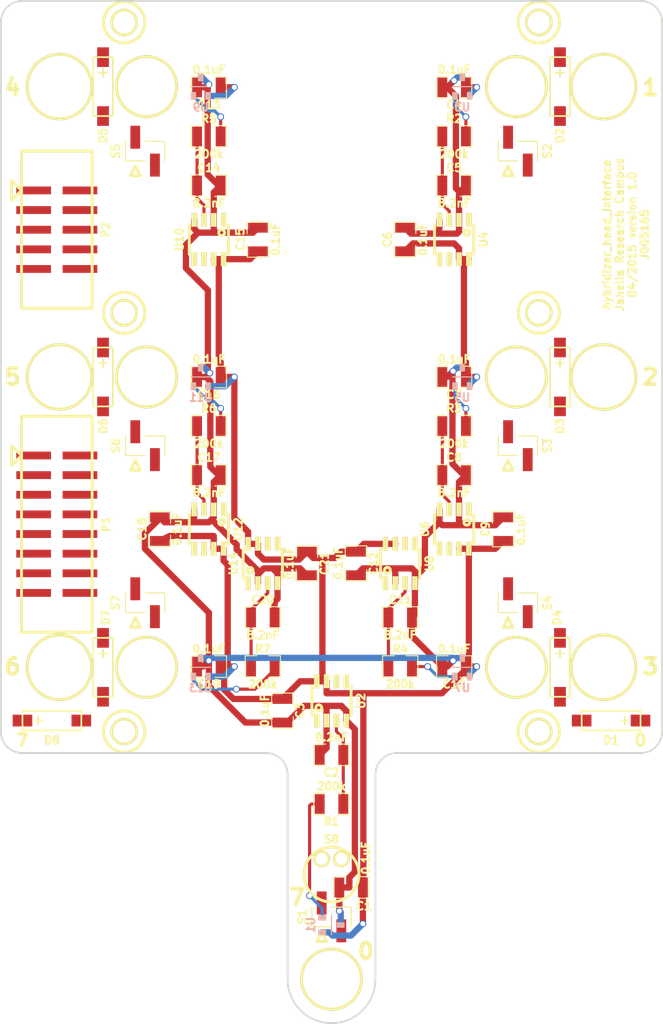
<source format=kicad_pcb>
(kicad_pcb (version 4) (host pcbnew 0.201505061231+5645~23~ubuntu14.04.1-product)

  (general
    (links 144)
    (no_connects 52)
    (area 43.63962 20.71116 141.859001 162.951161)
    (thickness 1.6)
    (drawings 25)
    (tracks 341)
    (zones 0)
    (modules 79)
    (nets 48)
  )

  (page A4)
  (title_block
    (title hybridizer_head_interface)
    (rev 1.1)
  )

  (layers
    (0 F.Cu signal)
    (31 B.Cu signal)
    (32 B.Adhes user)
    (33 F.Adhes user)
    (34 B.Paste user)
    (35 F.Paste user)
    (36 B.SilkS user)
    (37 F.SilkS user)
    (38 B.Mask user)
    (39 F.Mask user)
    (40 Dwgs.User user)
    (41 Cmts.User user)
    (42 Eco1.User user)
    (43 Eco2.User user)
    (44 Edge.Cuts user)
    (45 Margin user)
    (46 B.CrtYd user)
    (47 F.CrtYd user)
    (48 B.Fab user)
    (49 F.Fab user)
  )

  (setup
    (last_trace_width 0.254)
    (trace_clearance 0.254)
    (zone_clearance 0.2032)
    (zone_45_only no)
    (trace_min 0.2)
    (segment_width 0.2)
    (edge_width 0.2286)
    (via_size 0.889)
    (via_drill 0.635)
    (via_min_size 0.4)
    (via_min_drill 0.3)
    (uvia_size 0.508)
    (uvia_drill 0.127)
    (uvias_allowed no)
    (uvia_min_size 0)
    (uvia_min_drill 0)
    (pcb_text_width 0.3)
    (pcb_text_size 1.5 1.5)
    (mod_edge_width 0.15)
    (mod_text_size 1 1)
    (mod_text_width 0.15)
    (pad_size 8.382 8.382)
    (pad_drill 7.62)
    (pad_to_mask_clearance 0.2)
    (aux_axis_origin 0 0)
    (grid_origin 93.599 74.05116)
    (visible_elements FFFFF77F)
    (pcbplotparams
      (layerselection 0x000f0_80000001)
      (usegerberextensions false)
      (excludeedgelayer false)
      (linewidth 0.100000)
      (plotframeref false)
      (viasonmask false)
      (mode 1)
      (useauxorigin false)
      (hpglpennumber 1)
      (hpglpenspeed 20)
      (hpglpendiameter 15)
      (hpglpenoverlay 2)
      (psnegative false)
      (psa4output false)
      (plotreference false)
      (plotvalue false)
      (plotinvisibletext false)
      (padsonsilk false)
      (subtractmaskfromsilk false)
      (outputformat 3)
      (mirror false)
      (drillshape 0)
      (scaleselection 1)
      (outputdirectory dxf/))
  )

  (net 0 "")
  (net 1 VAA)
  (net 2 /OUT0)
  (net 3 /OUT1)
  (net 4 /OUT2)
  (net 5 /OUT3)
  (net 6 /OUT4)
  (net 7 /OUT5)
  (net 8 /OUT6)
  (net 9 /OUT7)
  (net 10 +5V)
  (net 11 /A0)
  (net 12 /A1)
  (net 13 /A2)
  (net 14 /A3)
  (net 15 /A4)
  (net 16 /A5)
  (net 17 /A6)
  (net 18 GND)
  (net 19 "Net-(R1-Pad2)")
  (net 20 "Net-(U2-Pad1)")
  (net 21 "Net-(C2-Pad1)")
  (net 22 "Net-(U2-Pad5)")
  (net 23 "Net-(R2-Pad2)")
  (net 24 "Net-(U4-Pad1)")
  (net 25 "Net-(C5-Pad1)")
  (net 26 "Net-(U4-Pad5)")
  (net 27 "Net-(R3-Pad2)")
  (net 28 "Net-(U6-Pad1)")
  (net 29 "Net-(C8-Pad1)")
  (net 30 "Net-(U6-Pad5)")
  (net 31 "Net-(R4-Pad2)")
  (net 32 "Net-(U8-Pad1)")
  (net 33 "Net-(C11-Pad1)")
  (net 34 "Net-(U8-Pad5)")
  (net 35 "Net-(R5-Pad2)")
  (net 36 "Net-(U10-Pad1)")
  (net 37 "Net-(C14-Pad1)")
  (net 38 "Net-(U10-Pad5)")
  (net 39 "Net-(R6-Pad2)")
  (net 40 "Net-(U12-Pad1)")
  (net 41 "Net-(C17-Pad1)")
  (net 42 "Net-(U12-Pad5)")
  (net 43 "Net-(R7-Pad2)")
  (net 44 "Net-(U14-Pad1)")
  (net 45 "Net-(C20-Pad1)")
  (net 46 "Net-(U14-Pad5)")
  (net 47 "Net-(P2-Pad10)")

  (net_class Default "This is the default net class."
    (clearance 0.254)
    (trace_width 0.254)
    (via_dia 0.889)
    (via_drill 0.635)
    (uvia_dia 0.508)
    (uvia_drill 0.127)
    (add_net "Net-(P2-Pad10)")
  )

  (net_class GND ""
    (clearance 0.254)
    (trace_width 0.508)
    (via_dia 0.889)
    (via_drill 0.635)
    (uvia_dia 0.508)
    (uvia_drill 0.127)
  )

  (net_class POWER ""
    (clearance 0.254)
    (trace_width 0.8128)
    (via_dia 0.889)
    (via_drill 0.635)
    (uvia_dia 0.508)
    (uvia_drill 0.127)
    (add_net +5V)
    (add_net /OUT0)
    (add_net /OUT1)
    (add_net /OUT2)
    (add_net /OUT3)
    (add_net /OUT4)
    (add_net /OUT5)
    (add_net /OUT6)
    (add_net /OUT7)
    (add_net GND)
    (add_net VAA)
  )

  (net_class SIGNAL ""
    (clearance 0.254)
    (trace_width 0.4064)
    (via_dia 0.889)
    (via_drill 0.635)
    (uvia_dia 0.508)
    (uvia_drill 0.127)
    (add_net /A0)
    (add_net /A1)
    (add_net /A2)
    (add_net /A3)
    (add_net /A4)
    (add_net /A5)
    (add_net /A6)
    (add_net "Net-(C11-Pad1)")
    (add_net "Net-(C14-Pad1)")
    (add_net "Net-(C17-Pad1)")
    (add_net "Net-(C2-Pad1)")
    (add_net "Net-(C20-Pad1)")
    (add_net "Net-(C5-Pad1)")
    (add_net "Net-(C8-Pad1)")
    (add_net "Net-(R1-Pad2)")
    (add_net "Net-(R2-Pad2)")
    (add_net "Net-(R3-Pad2)")
    (add_net "Net-(R4-Pad2)")
    (add_net "Net-(R5-Pad2)")
    (add_net "Net-(R6-Pad2)")
    (add_net "Net-(R7-Pad2)")
    (add_net "Net-(U10-Pad1)")
    (add_net "Net-(U10-Pad5)")
    (add_net "Net-(U12-Pad1)")
    (add_net "Net-(U12-Pad5)")
    (add_net "Net-(U14-Pad1)")
    (add_net "Net-(U14-Pad5)")
    (add_net "Net-(U2-Pad1)")
    (add_net "Net-(U2-Pad5)")
    (add_net "Net-(U4-Pad1)")
    (add_net "Net-(U4-Pad5)")
    (add_net "Net-(U6-Pad1)")
    (add_net "Net-(U6-Pad5)")
    (add_net "Net-(U8-Pad1)")
    (add_net "Net-(U8-Pad5)")
  )

  (module hybridizer_head_interface:Header_2_Pin_SMD (layer F.Cu) (tedit 554151D4) (tstamp 553EA487)
    (at 93.599 143.901 180)
    (path /553EB780)
    (fp_text reference S1 (at 3.81 0 270) (layer F.SilkS)
      (effects (font (size 1.016 1.016) (thickness 0.254)))
    )
    (fp_text value HEADER_01X02_SMD (at 0 -4.445 180) (layer F.SilkS) hide
      (effects (font (thickness 0.3048)))
    )
    (fp_line (start 0 1.27) (end -2.54 1.27) (layer F.SilkS) (width 0.15))
    (fp_line (start -2.54 1.27) (end -2.54 -1.27) (layer F.SilkS) (width 0.15))
    (fp_line (start 2.54 1.27) (end 2.54 -1.27) (layer F.SilkS) (width 0.15))
    (fp_line (start 2.54 -1.27) (end 0 -1.27) (layer F.SilkS) (width 0.15))
    (fp_line (start 0.635 -3.175) (end 1.27 -1.905) (layer F.SilkS) (width 0.381))
    (fp_line (start 1.27 -1.905) (end 1.905 -3.175) (layer F.SilkS) (width 0.381))
    (fp_line (start 1.905 -3.175) (end 0.635 -3.175) (layer F.SilkS) (width 0.381))
    (pad 2 smd rect (at -1.27 -1.8034 180) (size 1.27 2.9718) (layers F.Cu F.Paste F.Mask)
      (net 2 /OUT0))
    (pad 1 smd rect (at 1.27 1.8034 180) (size 1.27 2.9718) (layers F.Cu F.Paste F.Mask)
      (net 1 VAA))
  )

  (module hybridizer_head_interface:Header_2_Pin_SMD (layer F.Cu) (tedit 553E972F) (tstamp 553EA494)
    (at 117.729 44.8412 180)
    (path /553EB8EE)
    (fp_text reference S2 (at -3.81 0 270) (layer F.SilkS)
      (effects (font (size 1.016 1.016) (thickness 0.254)))
    )
    (fp_text value HEADER_01X02_SMD (at 0 -4.445 180) (layer F.SilkS) hide
      (effects (font (thickness 0.3048)))
    )
    (fp_line (start 0 1.27) (end -2.54 1.27) (layer F.SilkS) (width 0.15))
    (fp_line (start -2.54 1.27) (end -2.54 -1.27) (layer F.SilkS) (width 0.15))
    (fp_line (start 2.54 1.27) (end 2.54 -1.27) (layer F.SilkS) (width 0.15))
    (fp_line (start 2.54 -1.27) (end 0 -1.27) (layer F.SilkS) (width 0.15))
    (fp_line (start 0.635 -3.175) (end 1.27 -1.905) (layer F.SilkS) (width 0.381))
    (fp_line (start 1.27 -1.905) (end 1.905 -3.175) (layer F.SilkS) (width 0.381))
    (fp_line (start 1.905 -3.175) (end 0.635 -3.175) (layer F.SilkS) (width 0.381))
    (pad 2 smd rect (at -1.27 -1.8034 180) (size 1.27 2.9718) (layers F.Cu F.Paste F.Mask)
      (net 3 /OUT1))
    (pad 1 smd rect (at 1.27 1.8034 180) (size 1.27 2.9718) (layers F.Cu F.Paste F.Mask)
      (net 1 VAA))
  )

  (module hybridizer_head_interface:Header_2_Pin_SMD (layer F.Cu) (tedit 553E972F) (tstamp 553EA4A1)
    (at 117.729 82.9412 180)
    (path /553EBA0B)
    (fp_text reference S3 (at -3.81 0 270) (layer F.SilkS)
      (effects (font (size 1.016 1.016) (thickness 0.254)))
    )
    (fp_text value HEADER_01X02_SMD (at 0 -4.445 180) (layer F.SilkS) hide
      (effects (font (thickness 0.3048)))
    )
    (fp_line (start 0 1.27) (end -2.54 1.27) (layer F.SilkS) (width 0.15))
    (fp_line (start -2.54 1.27) (end -2.54 -1.27) (layer F.SilkS) (width 0.15))
    (fp_line (start 2.54 1.27) (end 2.54 -1.27) (layer F.SilkS) (width 0.15))
    (fp_line (start 2.54 -1.27) (end 0 -1.27) (layer F.SilkS) (width 0.15))
    (fp_line (start 0.635 -3.175) (end 1.27 -1.905) (layer F.SilkS) (width 0.381))
    (fp_line (start 1.27 -1.905) (end 1.905 -3.175) (layer F.SilkS) (width 0.381))
    (fp_line (start 1.905 -3.175) (end 0.635 -3.175) (layer F.SilkS) (width 0.381))
    (pad 2 smd rect (at -1.27 -1.8034 180) (size 1.27 2.9718) (layers F.Cu F.Paste F.Mask)
      (net 4 /OUT2))
    (pad 1 smd rect (at 1.27 1.8034 180) (size 1.27 2.9718) (layers F.Cu F.Paste F.Mask)
      (net 1 VAA))
  )

  (module hybridizer_head_interface:Header_2_Pin_SMD (layer F.Cu) (tedit 553E972F) (tstamp 553EA4AE)
    (at 117.729 103.261 180)
    (path /553EBA14)
    (fp_text reference S4 (at -3.81 0 270) (layer F.SilkS)
      (effects (font (size 1.016 1.016) (thickness 0.254)))
    )
    (fp_text value HEADER_01X02_SMD (at 0 -4.445 180) (layer F.SilkS) hide
      (effects (font (thickness 0.3048)))
    )
    (fp_line (start 0 1.27) (end -2.54 1.27) (layer F.SilkS) (width 0.15))
    (fp_line (start -2.54 1.27) (end -2.54 -1.27) (layer F.SilkS) (width 0.15))
    (fp_line (start 2.54 1.27) (end 2.54 -1.27) (layer F.SilkS) (width 0.15))
    (fp_line (start 2.54 -1.27) (end 0 -1.27) (layer F.SilkS) (width 0.15))
    (fp_line (start 0.635 -3.175) (end 1.27 -1.905) (layer F.SilkS) (width 0.381))
    (fp_line (start 1.27 -1.905) (end 1.905 -3.175) (layer F.SilkS) (width 0.381))
    (fp_line (start 1.905 -3.175) (end 0.635 -3.175) (layer F.SilkS) (width 0.381))
    (pad 2 smd rect (at -1.27 -1.8034 180) (size 1.27 2.9718) (layers F.Cu F.Paste F.Mask)
      (net 5 /OUT3))
    (pad 1 smd rect (at 1.27 1.8034 180) (size 1.27 2.9718) (layers F.Cu F.Paste F.Mask)
      (net 1 VAA))
  )

  (module hybridizer_head_interface:Header_2_Pin_SMD (layer F.Cu) (tedit 55412D25) (tstamp 553EA4BB)
    (at 69.469 44.8412 180)
    (path /553EBB4C)
    (fp_text reference S5 (at 3.81 0 270) (layer F.SilkS)
      (effects (font (size 1.016 1.016) (thickness 0.254)))
    )
    (fp_text value HEADER_01X02_SMD (at 0 -4.445 180) (layer F.SilkS) hide
      (effects (font (thickness 0.3048)))
    )
    (fp_line (start 0 1.27) (end -2.54 1.27) (layer F.SilkS) (width 0.15))
    (fp_line (start -2.54 1.27) (end -2.54 -1.27) (layer F.SilkS) (width 0.15))
    (fp_line (start 2.54 1.27) (end 2.54 -1.27) (layer F.SilkS) (width 0.15))
    (fp_line (start 2.54 -1.27) (end 0 -1.27) (layer F.SilkS) (width 0.15))
    (fp_line (start 0.635 -3.175) (end 1.27 -1.905) (layer F.SilkS) (width 0.381))
    (fp_line (start 1.27 -1.905) (end 1.905 -3.175) (layer F.SilkS) (width 0.381))
    (fp_line (start 1.905 -3.175) (end 0.635 -3.175) (layer F.SilkS) (width 0.381))
    (pad 2 smd rect (at -1.27 -1.8034 180) (size 1.27 2.9718) (layers F.Cu F.Paste F.Mask)
      (net 6 /OUT4))
    (pad 1 smd rect (at 1.27 1.8034 180) (size 1.27 2.9718) (layers F.Cu F.Paste F.Mask)
      (net 1 VAA))
  )

  (module hybridizer_head_interface:Header_2_Pin_SMD (layer F.Cu) (tedit 55412D2C) (tstamp 553EA4C8)
    (at 69.469 82.9412 180)
    (path /553EBB55)
    (fp_text reference S6 (at 3.81 0 270) (layer F.SilkS)
      (effects (font (size 1.016 1.016) (thickness 0.254)))
    )
    (fp_text value HEADER_01X02_SMD (at 0 -4.445 180) (layer F.SilkS) hide
      (effects (font (thickness 0.3048)))
    )
    (fp_line (start 0 1.27) (end -2.54 1.27) (layer F.SilkS) (width 0.15))
    (fp_line (start -2.54 1.27) (end -2.54 -1.27) (layer F.SilkS) (width 0.15))
    (fp_line (start 2.54 1.27) (end 2.54 -1.27) (layer F.SilkS) (width 0.15))
    (fp_line (start 2.54 -1.27) (end 0 -1.27) (layer F.SilkS) (width 0.15))
    (fp_line (start 0.635 -3.175) (end 1.27 -1.905) (layer F.SilkS) (width 0.381))
    (fp_line (start 1.27 -1.905) (end 1.905 -3.175) (layer F.SilkS) (width 0.381))
    (fp_line (start 1.905 -3.175) (end 0.635 -3.175) (layer F.SilkS) (width 0.381))
    (pad 2 smd rect (at -1.27 -1.8034 180) (size 1.27 2.9718) (layers F.Cu F.Paste F.Mask)
      (net 7 /OUT5))
    (pad 1 smd rect (at 1.27 1.8034 180) (size 1.27 2.9718) (layers F.Cu F.Paste F.Mask)
      (net 1 VAA))
  )

  (module hybridizer_head_interface:Header_2_Pin_SMD (layer F.Cu) (tedit 55412D32) (tstamp 553EA4D5)
    (at 69.469 103.261 180)
    (path /553EBB5E)
    (fp_text reference S7 (at 3.81 0 270) (layer F.SilkS)
      (effects (font (size 1.016 1.016) (thickness 0.254)))
    )
    (fp_text value HEADER_01X02_SMD (at 0 -4.445 180) (layer F.SilkS) hide
      (effects (font (thickness 0.3048)))
    )
    (fp_line (start 0 1.27) (end -2.54 1.27) (layer F.SilkS) (width 0.15))
    (fp_line (start -2.54 1.27) (end -2.54 -1.27) (layer F.SilkS) (width 0.15))
    (fp_line (start 2.54 1.27) (end 2.54 -1.27) (layer F.SilkS) (width 0.15))
    (fp_line (start 2.54 -1.27) (end 0 -1.27) (layer F.SilkS) (width 0.15))
    (fp_line (start 0.635 -3.175) (end 1.27 -1.905) (layer F.SilkS) (width 0.381))
    (fp_line (start 1.27 -1.905) (end 1.905 -3.175) (layer F.SilkS) (width 0.381))
    (fp_line (start 1.905 -3.175) (end 0.635 -3.175) (layer F.SilkS) (width 0.381))
    (pad 2 smd rect (at -1.27 -1.8034 180) (size 1.27 2.9718) (layers F.Cu F.Paste F.Mask)
      (net 8 /OUT6))
    (pad 1 smd rect (at 1.27 1.8034 180) (size 1.27 2.9718) (layers F.Cu F.Paste F.Mask)
      (net 1 VAA))
  )

  (module hybridizer_head_interface:SOIC_8_N (layer F.Cu) (tedit 553FF348) (tstamp 554129B0)
    (at 93.599 115.961)
    (path /55417CC2)
    (fp_text reference U2 (at 3.81 0 90) (layer F.SilkS)
      (effects (font (size 1.016 1.016) (thickness 0.254)))
    )
    (fp_text value MAX4215 (at -3.81 0 90) (layer F.SilkS) hide
      (effects (font (size 1.016 1.016) (thickness 0.254)))
    )
    (fp_circle (center -1.651 0.889) (end -1.651 0.508) (layer F.SilkS) (width 0.381))
    (fp_line (start -2.54 -1.905) (end -2.54 1.905) (layer F.SilkS) (width 0.381))
    (fp_line (start 2.54 -1.905) (end 2.54 1.905) (layer F.SilkS) (width 0.381))
    (pad 1 smd rect (at -1.905 2.54) (size 0.7112 1.778) (layers F.Cu F.SilkS F.Mask)
      (net 20 "Net-(U2-Pad1)"))
    (pad 2 smd rect (at -0.635 2.54) (size 0.7112 1.778) (layers F.Cu F.SilkS F.Mask)
      (net 18 GND))
    (pad 3 smd rect (at 0.635 2.54) (size 0.7112 1.778) (layers F.Cu F.SilkS F.Mask)
      (net 21 "Net-(C2-Pad1)"))
    (pad 4 smd rect (at 1.905 2.54) (size 0.7112 1.778) (layers F.Cu F.SilkS F.Mask)
      (net 18 GND))
    (pad 5 smd rect (at 1.905 -2.54) (size 0.7112 1.778) (layers F.Cu F.SilkS F.Mask)
      (net 22 "Net-(U2-Pad5)"))
    (pad 6 smd rect (at 0.635 -2.54) (size 0.7112 1.778) (layers F.Cu F.SilkS F.Mask)
      (net 11 /A0))
    (pad 7 smd rect (at -0.635 -2.54) (size 0.7112 1.778) (layers F.Cu F.SilkS F.Mask)
      (net 10 +5V))
    (pad 8 smd rect (at -1.905 -2.54) (size 0.7112 1.778) (layers F.Cu F.SilkS F.Mask)
      (net 10 +5V))
  )

  (module hybridizer_head_interface:SOIC_8_N (layer F.Cu) (tedit 55415131) (tstamp 554129C7)
    (at 109.474 56.2712 180)
    (path /55417F08)
    (fp_text reference U4 (at -3.81 0 270) (layer F.SilkS)
      (effects (font (size 1.016 1.016) (thickness 0.254)))
    )
    (fp_text value MAX4215 (at -3.81 0 270) (layer F.SilkS) hide
      (effects (font (size 1.016 1.016) (thickness 0.254)))
    )
    (fp_circle (center -1.651 0.889) (end -1.651 0.508) (layer F.SilkS) (width 0.381))
    (fp_line (start -2.54 -1.905) (end -2.54 1.905) (layer F.SilkS) (width 0.381))
    (fp_line (start 2.54 -1.905) (end 2.54 1.905) (layer F.SilkS) (width 0.381))
    (pad 1 smd rect (at -1.905 2.54 180) (size 0.7112 1.778) (layers F.Cu F.SilkS F.Mask)
      (net 24 "Net-(U4-Pad1)"))
    (pad 2 smd rect (at -0.635 2.54 180) (size 0.7112 1.778) (layers F.Cu F.SilkS F.Mask)
      (net 18 GND))
    (pad 3 smd rect (at 0.635 2.54 180) (size 0.7112 1.778) (layers F.Cu F.SilkS F.Mask)
      (net 25 "Net-(C5-Pad1)"))
    (pad 4 smd rect (at 1.905 2.54 180) (size 0.7112 1.778) (layers F.Cu F.SilkS F.Mask)
      (net 18 GND))
    (pad 5 smd rect (at 1.905 -2.54 180) (size 0.7112 1.778) (layers F.Cu F.SilkS F.Mask)
      (net 26 "Net-(U4-Pad5)"))
    (pad 6 smd rect (at 0.635 -2.54 180) (size 0.7112 1.778) (layers F.Cu F.SilkS F.Mask)
      (net 12 /A1))
    (pad 7 smd rect (at -0.635 -2.54 180) (size 0.7112 1.778) (layers F.Cu F.SilkS F.Mask)
      (net 10 +5V))
    (pad 8 smd rect (at -1.905 -2.54 180) (size 0.7112 1.778) (layers F.Cu F.SilkS F.Mask)
      (net 10 +5V))
  )

  (module hybridizer_head_interface:SOIC_8_N (layer F.Cu) (tedit 553FF348) (tstamp 554129DE)
    (at 109.474 93.7362 180)
    (path /55418018)
    (fp_text reference U6 (at 3.81 0 270) (layer F.SilkS)
      (effects (font (size 1.016 1.016) (thickness 0.254)))
    )
    (fp_text value MAX4215 (at -3.81 0 270) (layer F.SilkS) hide
      (effects (font (size 1.016 1.016) (thickness 0.254)))
    )
    (fp_circle (center -1.651 0.889) (end -1.651 0.508) (layer F.SilkS) (width 0.381))
    (fp_line (start -2.54 -1.905) (end -2.54 1.905) (layer F.SilkS) (width 0.381))
    (fp_line (start 2.54 -1.905) (end 2.54 1.905) (layer F.SilkS) (width 0.381))
    (pad 1 smd rect (at -1.905 2.54 180) (size 0.7112 1.778) (layers F.Cu F.SilkS F.Mask)
      (net 28 "Net-(U6-Pad1)"))
    (pad 2 smd rect (at -0.635 2.54 180) (size 0.7112 1.778) (layers F.Cu F.SilkS F.Mask)
      (net 18 GND))
    (pad 3 smd rect (at 0.635 2.54 180) (size 0.7112 1.778) (layers F.Cu F.SilkS F.Mask)
      (net 29 "Net-(C8-Pad1)"))
    (pad 4 smd rect (at 1.905 2.54 180) (size 0.7112 1.778) (layers F.Cu F.SilkS F.Mask)
      (net 18 GND))
    (pad 5 smd rect (at 1.905 -2.54 180) (size 0.7112 1.778) (layers F.Cu F.SilkS F.Mask)
      (net 30 "Net-(U6-Pad5)"))
    (pad 6 smd rect (at 0.635 -2.54 180) (size 0.7112 1.778) (layers F.Cu F.SilkS F.Mask)
      (net 13 /A2))
    (pad 7 smd rect (at -0.635 -2.54 180) (size 0.7112 1.778) (layers F.Cu F.SilkS F.Mask)
      (net 10 +5V))
    (pad 8 smd rect (at -1.905 -2.54 180) (size 0.7112 1.778) (layers F.Cu F.SilkS F.Mask)
      (net 10 +5V))
  )

  (module hybridizer_head_interface:SOIC_8_N (layer F.Cu) (tedit 553FF348) (tstamp 554129F5)
    (at 102.489 98.1812)
    (path /55418244)
    (fp_text reference U8 (at 3.81 0 90) (layer F.SilkS)
      (effects (font (size 1.016 1.016) (thickness 0.254)))
    )
    (fp_text value MAX4215 (at -3.81 0 90) (layer F.SilkS) hide
      (effects (font (size 1.016 1.016) (thickness 0.254)))
    )
    (fp_circle (center -1.651 0.889) (end -1.651 0.508) (layer F.SilkS) (width 0.381))
    (fp_line (start -2.54 -1.905) (end -2.54 1.905) (layer F.SilkS) (width 0.381))
    (fp_line (start 2.54 -1.905) (end 2.54 1.905) (layer F.SilkS) (width 0.381))
    (pad 1 smd rect (at -1.905 2.54) (size 0.7112 1.778) (layers F.Cu F.SilkS F.Mask)
      (net 32 "Net-(U8-Pad1)"))
    (pad 2 smd rect (at -0.635 2.54) (size 0.7112 1.778) (layers F.Cu F.SilkS F.Mask)
      (net 18 GND))
    (pad 3 smd rect (at 0.635 2.54) (size 0.7112 1.778) (layers F.Cu F.SilkS F.Mask)
      (net 33 "Net-(C11-Pad1)"))
    (pad 4 smd rect (at 1.905 2.54) (size 0.7112 1.778) (layers F.Cu F.SilkS F.Mask)
      (net 18 GND))
    (pad 5 smd rect (at 1.905 -2.54) (size 0.7112 1.778) (layers F.Cu F.SilkS F.Mask)
      (net 34 "Net-(U8-Pad5)"))
    (pad 6 smd rect (at 0.635 -2.54) (size 0.7112 1.778) (layers F.Cu F.SilkS F.Mask)
      (net 14 /A3))
    (pad 7 smd rect (at -0.635 -2.54) (size 0.7112 1.778) (layers F.Cu F.SilkS F.Mask)
      (net 10 +5V))
    (pad 8 smd rect (at -1.905 -2.54) (size 0.7112 1.778) (layers F.Cu F.SilkS F.Mask)
      (net 10 +5V))
  )

  (module hybridizer_head_interface:SOIC_8_N (layer F.Cu) (tedit 5541511A) (tstamp 55412A0C)
    (at 77.724 56.2712 180)
    (path /5541856D)
    (fp_text reference U10 (at 3.81 0 270) (layer F.SilkS)
      (effects (font (size 1.016 1.016) (thickness 0.254)))
    )
    (fp_text value MAX4215 (at -3.81 0 270) (layer F.SilkS) hide
      (effects (font (size 1.016 1.016) (thickness 0.254)))
    )
    (fp_circle (center -1.651 0.889) (end -1.651 0.508) (layer F.SilkS) (width 0.381))
    (fp_line (start -2.54 -1.905) (end -2.54 1.905) (layer F.SilkS) (width 0.381))
    (fp_line (start 2.54 -1.905) (end 2.54 1.905) (layer F.SilkS) (width 0.381))
    (pad 1 smd rect (at -1.905 2.54 180) (size 0.7112 1.778) (layers F.Cu F.SilkS F.Mask)
      (net 36 "Net-(U10-Pad1)"))
    (pad 2 smd rect (at -0.635 2.54 180) (size 0.7112 1.778) (layers F.Cu F.SilkS F.Mask)
      (net 18 GND))
    (pad 3 smd rect (at 0.635 2.54 180) (size 0.7112 1.778) (layers F.Cu F.SilkS F.Mask)
      (net 37 "Net-(C14-Pad1)"))
    (pad 4 smd rect (at 1.905 2.54 180) (size 0.7112 1.778) (layers F.Cu F.SilkS F.Mask)
      (net 18 GND))
    (pad 5 smd rect (at 1.905 -2.54 180) (size 0.7112 1.778) (layers F.Cu F.SilkS F.Mask)
      (net 38 "Net-(U10-Pad5)"))
    (pad 6 smd rect (at 0.635 -2.54 180) (size 0.7112 1.778) (layers F.Cu F.SilkS F.Mask)
      (net 15 /A4))
    (pad 7 smd rect (at -0.635 -2.54 180) (size 0.7112 1.778) (layers F.Cu F.SilkS F.Mask)
      (net 10 +5V))
    (pad 8 smd rect (at -1.905 -2.54 180) (size 0.7112 1.778) (layers F.Cu F.SilkS F.Mask)
      (net 10 +5V))
  )

  (module hybridizer_head_interface:SOIC_8_N (layer F.Cu) (tedit 55414A1B) (tstamp 55412A23)
    (at 77.724 93.7362 180)
    (path /554188E1)
    (fp_text reference U12 (at -3.81 0 270) (layer F.SilkS)
      (effects (font (size 1.016 1.016) (thickness 0.254)))
    )
    (fp_text value MAX4215 (at -3.81 0 270) (layer F.SilkS) hide
      (effects (font (size 1.016 1.016) (thickness 0.254)))
    )
    (fp_circle (center -1.651 0.889) (end -1.651 0.508) (layer F.SilkS) (width 0.381))
    (fp_line (start -2.54 -1.905) (end -2.54 1.905) (layer F.SilkS) (width 0.381))
    (fp_line (start 2.54 -1.905) (end 2.54 1.905) (layer F.SilkS) (width 0.381))
    (pad 1 smd rect (at -1.905 2.54 180) (size 0.7112 1.778) (layers F.Cu F.SilkS F.Mask)
      (net 40 "Net-(U12-Pad1)"))
    (pad 2 smd rect (at -0.635 2.54 180) (size 0.7112 1.778) (layers F.Cu F.SilkS F.Mask)
      (net 18 GND))
    (pad 3 smd rect (at 0.635 2.54 180) (size 0.7112 1.778) (layers F.Cu F.SilkS F.Mask)
      (net 41 "Net-(C17-Pad1)"))
    (pad 4 smd rect (at 1.905 2.54 180) (size 0.7112 1.778) (layers F.Cu F.SilkS F.Mask)
      (net 18 GND))
    (pad 5 smd rect (at 1.905 -2.54 180) (size 0.7112 1.778) (layers F.Cu F.SilkS F.Mask)
      (net 42 "Net-(U12-Pad5)"))
    (pad 6 smd rect (at 0.635 -2.54 180) (size 0.7112 1.778) (layers F.Cu F.SilkS F.Mask)
      (net 16 /A5))
    (pad 7 smd rect (at -0.635 -2.54 180) (size 0.7112 1.778) (layers F.Cu F.SilkS F.Mask)
      (net 10 +5V))
    (pad 8 smd rect (at -1.905 -2.54 180) (size 0.7112 1.778) (layers F.Cu F.SilkS F.Mask)
      (net 10 +5V))
  )

  (module hybridizer_head_interface:SOIC_8_N (layer F.Cu) (tedit 55415198) (tstamp 55412A3A)
    (at 84.709 98.1812)
    (path /55418A58)
    (fp_text reference U14 (at -3.81 0 90) (layer F.SilkS)
      (effects (font (size 1.016 1.016) (thickness 0.254)))
    )
    (fp_text value MAX4215 (at -3.81 0 90) (layer F.SilkS) hide
      (effects (font (size 1.016 1.016) (thickness 0.254)))
    )
    (fp_circle (center -1.651 0.889) (end -1.651 0.508) (layer F.SilkS) (width 0.381))
    (fp_line (start -2.54 -1.905) (end -2.54 1.905) (layer F.SilkS) (width 0.381))
    (fp_line (start 2.54 -1.905) (end 2.54 1.905) (layer F.SilkS) (width 0.381))
    (pad 1 smd rect (at -1.905 2.54) (size 0.7112 1.778) (layers F.Cu F.SilkS F.Mask)
      (net 44 "Net-(U14-Pad1)"))
    (pad 2 smd rect (at -0.635 2.54) (size 0.7112 1.778) (layers F.Cu F.SilkS F.Mask)
      (net 18 GND))
    (pad 3 smd rect (at 0.635 2.54) (size 0.7112 1.778) (layers F.Cu F.SilkS F.Mask)
      (net 45 "Net-(C20-Pad1)"))
    (pad 4 smd rect (at 1.905 2.54) (size 0.7112 1.778) (layers F.Cu F.SilkS F.Mask)
      (net 18 GND))
    (pad 5 smd rect (at 1.905 -2.54) (size 0.7112 1.778) (layers F.Cu F.SilkS F.Mask)
      (net 46 "Net-(U14-Pad5)"))
    (pad 6 smd rect (at 0.635 -2.54) (size 0.7112 1.778) (layers F.Cu F.SilkS F.Mask)
      (net 17 /A6))
    (pad 7 smd rect (at -0.635 -2.54) (size 0.7112 1.778) (layers F.Cu F.SilkS F.Mask)
      (net 10 +5V))
    (pad 8 smd rect (at -1.905 -2.54) (size 0.7112 1.778) (layers F.Cu F.SilkS F.Mask)
      (net 10 +5V))
  )

  (module hybridizer_head_interface:LED_555-3XXX_SMD (layer F.Cu) (tedit 55412D8B) (tstamp 553FC8E8)
    (at 57.404 118.501 90)
    (path /553FC1AD)
    (fp_text reference D8 (at -2.54 0 180) (layer F.SilkS)
      (effects (font (size 1.016 1.016) (thickness 0.254)))
    )
    (fp_text value LED_24V_SMD (at 0 5.842 90) (layer F.SilkS) hide
      (effects (font (size 1.016 1.016) (thickness 0.254)))
    )
    (fp_line (start -0.508 -1.778) (end 0.508 -1.778) (layer F.SilkS) (width 0.2286))
    (fp_line (start 0 -1.27) (end 0 -2.286) (layer F.SilkS) (width 0.2286))
    (fp_line (start -1.27 -3.81) (end 1.27 -3.81) (layer F.SilkS) (width 0.2286))
    (fp_line (start 1.27 -3.81) (end 1.27 3.81) (layer F.SilkS) (width 0.2286))
    (fp_line (start 1.27 3.81) (end -1.27 3.81) (layer F.SilkS) (width 0.2286))
    (fp_line (start -1.27 3.81) (end -1.27 -3.81) (layer F.SilkS) (width 0.2286))
    (pad 1 smd rect (at 0 -3.81 90) (size 1.524 2.54) (layers F.Cu F.Paste F.Mask)
      (net 1 VAA))
    (pad 2 smd rect (at 0 3.81 90) (size 1.524 2.54) (layers F.Cu F.Paste F.Mask)
      (net 9 /OUT7))
  )

  (module hybridizer_head_interface:LED_555-3XXX_SMD (layer F.Cu) (tedit 55412D69) (tstamp 553EA45F)
    (at 64.0258 111.613)
    (path /553ECFE2)
    (fp_text reference D7 (at 0.36322 -6.44652 90) (layer F.SilkS)
      (effects (font (size 1.016 1.016) (thickness 0.254)))
    )
    (fp_text value LED_24V_SMD (at 0 5.842) (layer F.SilkS) hide
      (effects (font (size 1.016 1.016) (thickness 0.254)))
    )
    (fp_line (start -0.508 -1.778) (end 0.508 -1.778) (layer F.SilkS) (width 0.2286))
    (fp_line (start 0 -1.27) (end 0 -2.286) (layer F.SilkS) (width 0.2286))
    (fp_line (start -1.27 -3.81) (end 1.27 -3.81) (layer F.SilkS) (width 0.2286))
    (fp_line (start 1.27 -3.81) (end 1.27 3.81) (layer F.SilkS) (width 0.2286))
    (fp_line (start 1.27 3.81) (end -1.27 3.81) (layer F.SilkS) (width 0.2286))
    (fp_line (start -1.27 3.81) (end -1.27 -3.81) (layer F.SilkS) (width 0.2286))
    (pad 1 smd rect (at 0 -3.81) (size 1.524 2.54) (layers F.Cu F.Paste F.Mask)
      (net 1 VAA))
    (pad 2 smd rect (at 0 3.81) (size 1.524 2.54) (layers F.Cu F.Paste F.Mask)
      (net 8 /OUT6))
  )

  (module hybridizer_head_interface:LED_555-3XXX_SMD (layer F.Cu) (tedit 55412C5A) (tstamp 553EA453)
    (at 64.0258 74.0512)
    (path /553ECF70)
    (fp_text reference D6 (at 0 6.35 90) (layer F.SilkS)
      (effects (font (size 1.016 1.016) (thickness 0.254)))
    )
    (fp_text value LED_24V_SMD (at 0 5.842) (layer F.SilkS) hide
      (effects (font (size 1.016 1.016) (thickness 0.254)))
    )
    (fp_line (start -0.508 -1.778) (end 0.508 -1.778) (layer F.SilkS) (width 0.2286))
    (fp_line (start 0 -1.27) (end 0 -2.286) (layer F.SilkS) (width 0.2286))
    (fp_line (start -1.27 -3.81) (end 1.27 -3.81) (layer F.SilkS) (width 0.2286))
    (fp_line (start 1.27 -3.81) (end 1.27 3.81) (layer F.SilkS) (width 0.2286))
    (fp_line (start 1.27 3.81) (end -1.27 3.81) (layer F.SilkS) (width 0.2286))
    (fp_line (start -1.27 3.81) (end -1.27 -3.81) (layer F.SilkS) (width 0.2286))
    (pad 1 smd rect (at 0 -3.81) (size 1.524 2.54) (layers F.Cu F.Paste F.Mask)
      (net 1 VAA))
    (pad 2 smd rect (at 0 3.81) (size 1.524 2.54) (layers F.Cu F.Paste F.Mask)
      (net 7 /OUT5))
  )

  (module hybridizer_head_interface:LED_555-3XXX_SMD (layer F.Cu) (tedit 55412C5A) (tstamp 553EA447)
    (at 64.0258 36.4896)
    (path /553ECF33)
    (fp_text reference D5 (at 0 6.35 90) (layer F.SilkS)
      (effects (font (size 1.016 1.016) (thickness 0.254)))
    )
    (fp_text value LED_24V_SMD (at 0 5.842) (layer F.SilkS) hide
      (effects (font (size 1.016 1.016) (thickness 0.254)))
    )
    (fp_line (start -0.508 -1.778) (end 0.508 -1.778) (layer F.SilkS) (width 0.2286))
    (fp_line (start 0 -1.27) (end 0 -2.286) (layer F.SilkS) (width 0.2286))
    (fp_line (start -1.27 -3.81) (end 1.27 -3.81) (layer F.SilkS) (width 0.2286))
    (fp_line (start 1.27 -3.81) (end 1.27 3.81) (layer F.SilkS) (width 0.2286))
    (fp_line (start 1.27 3.81) (end -1.27 3.81) (layer F.SilkS) (width 0.2286))
    (fp_line (start -1.27 3.81) (end -1.27 -3.81) (layer F.SilkS) (width 0.2286))
    (pad 1 smd rect (at 0 -3.81) (size 1.524 2.54) (layers F.Cu F.Paste F.Mask)
      (net 1 VAA))
    (pad 2 smd rect (at 0 3.81) (size 1.524 2.54) (layers F.Cu F.Paste F.Mask)
      (net 6 /OUT4))
  )

  (module hybridizer_head_interface:LED_555-3XXX_SMD (layer F.Cu) (tedit 55412D5C) (tstamp 553EA43B)
    (at 123.175 111.613)
    (path /553ECEF9)
    (fp_text reference D4 (at -0.36576 -6.44652 90) (layer F.SilkS)
      (effects (font (size 1.016 1.016) (thickness 0.254)))
    )
    (fp_text value LED_24V_SMD (at 0 5.842) (layer F.SilkS) hide
      (effects (font (size 1.016 1.016) (thickness 0.254)))
    )
    (fp_line (start -0.508 -1.778) (end 0.508 -1.778) (layer F.SilkS) (width 0.2286))
    (fp_line (start 0 -1.27) (end 0 -2.286) (layer F.SilkS) (width 0.2286))
    (fp_line (start -1.27 -3.81) (end 1.27 -3.81) (layer F.SilkS) (width 0.2286))
    (fp_line (start 1.27 -3.81) (end 1.27 3.81) (layer F.SilkS) (width 0.2286))
    (fp_line (start 1.27 3.81) (end -1.27 3.81) (layer F.SilkS) (width 0.2286))
    (fp_line (start -1.27 3.81) (end -1.27 -3.81) (layer F.SilkS) (width 0.2286))
    (pad 1 smd rect (at 0 -3.81) (size 1.524 2.54) (layers F.Cu F.Paste F.Mask)
      (net 1 VAA))
    (pad 2 smd rect (at 0 3.81) (size 1.524 2.54) (layers F.Cu F.Paste F.Mask)
      (net 5 /OUT3))
  )

  (module hybridizer_head_interface:LED_555-3XXX_SMD (layer F.Cu) (tedit 55412C5A) (tstamp 553EA42F)
    (at 123.175 74.0512)
    (path /553ECE94)
    (fp_text reference D3 (at 0 6.35 90) (layer F.SilkS)
      (effects (font (size 1.016 1.016) (thickness 0.254)))
    )
    (fp_text value LED_24V_SMD (at 0 5.842) (layer F.SilkS) hide
      (effects (font (size 1.016 1.016) (thickness 0.254)))
    )
    (fp_line (start -0.508 -1.778) (end 0.508 -1.778) (layer F.SilkS) (width 0.2286))
    (fp_line (start 0 -1.27) (end 0 -2.286) (layer F.SilkS) (width 0.2286))
    (fp_line (start -1.27 -3.81) (end 1.27 -3.81) (layer F.SilkS) (width 0.2286))
    (fp_line (start 1.27 -3.81) (end 1.27 3.81) (layer F.SilkS) (width 0.2286))
    (fp_line (start 1.27 3.81) (end -1.27 3.81) (layer F.SilkS) (width 0.2286))
    (fp_line (start -1.27 3.81) (end -1.27 -3.81) (layer F.SilkS) (width 0.2286))
    (pad 1 smd rect (at 0 -3.81) (size 1.524 2.54) (layers F.Cu F.Paste F.Mask)
      (net 1 VAA))
    (pad 2 smd rect (at 0 3.81) (size 1.524 2.54) (layers F.Cu F.Paste F.Mask)
      (net 4 /OUT2))
  )

  (module hybridizer_head_interface:LED_555-3XXX_SMD (layer F.Cu) (tedit 55412C5A) (tstamp 553EA423)
    (at 123.175 36.4896)
    (path /553ECE2E)
    (fp_text reference D2 (at 0 6.35 90) (layer F.SilkS)
      (effects (font (size 1.016 1.016) (thickness 0.254)))
    )
    (fp_text value LED_24V_SMD (at 0 5.842) (layer F.SilkS) hide
      (effects (font (size 1.016 1.016) (thickness 0.254)))
    )
    (fp_line (start -0.508 -1.778) (end 0.508 -1.778) (layer F.SilkS) (width 0.2286))
    (fp_line (start 0 -1.27) (end 0 -2.286) (layer F.SilkS) (width 0.2286))
    (fp_line (start -1.27 -3.81) (end 1.27 -3.81) (layer F.SilkS) (width 0.2286))
    (fp_line (start 1.27 -3.81) (end 1.27 3.81) (layer F.SilkS) (width 0.2286))
    (fp_line (start 1.27 3.81) (end -1.27 3.81) (layer F.SilkS) (width 0.2286))
    (fp_line (start -1.27 3.81) (end -1.27 -3.81) (layer F.SilkS) (width 0.2286))
    (pad 1 smd rect (at 0 -3.81) (size 1.524 2.54) (layers F.Cu F.Paste F.Mask)
      (net 1 VAA))
    (pad 2 smd rect (at 0 3.81) (size 1.524 2.54) (layers F.Cu F.Paste F.Mask)
      (net 3 /OUT1))
  )

  (module hybridizer_head_interface:LED_555-3XXX_SMD (layer F.Cu) (tedit 55412D55) (tstamp 553EA417)
    (at 129.794 118.501 270)
    (path /553ECDB2)
    (fp_text reference D1 (at 2.54 0 360) (layer F.SilkS)
      (effects (font (size 1.016 1.016) (thickness 0.254)))
    )
    (fp_text value LED_24V_SMD (at 0 5.842 270) (layer F.SilkS) hide
      (effects (font (size 1.016 1.016) (thickness 0.254)))
    )
    (fp_line (start -0.508 -1.778) (end 0.508 -1.778) (layer F.SilkS) (width 0.2286))
    (fp_line (start 0 -1.27) (end 0 -2.286) (layer F.SilkS) (width 0.2286))
    (fp_line (start -1.27 -3.81) (end 1.27 -3.81) (layer F.SilkS) (width 0.2286))
    (fp_line (start 1.27 -3.81) (end 1.27 3.81) (layer F.SilkS) (width 0.2286))
    (fp_line (start 1.27 3.81) (end -1.27 3.81) (layer F.SilkS) (width 0.2286))
    (fp_line (start -1.27 3.81) (end -1.27 -3.81) (layer F.SilkS) (width 0.2286))
    (pad 1 smd rect (at 0 -3.81 270) (size 1.524 2.54) (layers F.Cu F.Paste F.Mask)
      (net 1 VAA))
    (pad 2 smd rect (at 0 3.81 270) (size 1.524 2.54) (layers F.Cu F.Paste F.Mask)
      (net 2 /OUT0))
  )

  (module hybridizer_head_interface:HEADER_02x05_SMD (layer F.Cu) (tedit 55412CC3) (tstamp 55412999)
    (at 58.039 55.0012 90)
    (path /553FDA31)
    (fp_text reference P2 (at 0 6.35 90) (layer F.SilkS)
      (effects (font (size 1.016 1.016) (thickness 0.254)))
    )
    (fp_text value HEADER_02X05_SMD (at 0 -6.35 90) (layer F.SilkS) hide
      (effects (font (size 1.016 1.016) (thickness 0.254)))
    )
    (fp_line (start -10.16 4.572) (end 10.16 4.572) (layer F.SilkS) (width 0.381))
    (fp_line (start -10.16 -4.572) (end 10.16 -4.572) (layer F.SilkS) (width 0.381))
    (fp_line (start -10.16 -4.572) (end -10.16 4.572) (layer F.SilkS) (width 0.381))
    (fp_line (start 10.16 -4.572) (end 10.16 4.572) (layer F.SilkS) (width 0.381))
    (fp_line (start 5.08 -4.572) (end 6.35 -5.842) (layer F.SilkS) (width 0.381))
    (fp_line (start 6.35 -5.842) (end 3.81 -5.842) (layer F.SilkS) (width 0.381))
    (fp_line (start 3.81 -5.842) (end 5.08 -4.572) (layer F.SilkS) (width 0.381))
    (pad 1 smd rect (at 5.08 -2.9972 90) (size 1.016 4.4958) (layers F.Cu F.Paste F.Mask)
      (net 10 +5V))
    (pad 2 smd rect (at 5.08 2.9972 90) (size 1.016 4.4958) (layers F.Cu F.Paste F.Mask)
      (net 18 GND))
    (pad 3 smd rect (at 2.54 -2.9972 90) (size 1.016 4.4958) (layers F.Cu F.Paste F.Mask)
      (net 11 /A0))
    (pad 4 smd rect (at 2.54 2.9972 90) (size 1.016 4.4958) (layers F.Cu F.Paste F.Mask)
      (net 12 /A1))
    (pad 5 smd rect (at 0 -2.9972 90) (size 1.016 4.4958) (layers F.Cu F.Paste F.Mask)
      (net 13 /A2))
    (pad 6 smd rect (at 0 2.9972 90) (size 1.016 4.4958) (layers F.Cu F.Paste F.Mask)
      (net 14 /A3))
    (pad 7 smd rect (at -2.54 -2.9972 90) (size 1.016 4.4958) (layers F.Cu F.Paste F.Mask)
      (net 15 /A4))
    (pad 8 smd rect (at -2.54 2.9972 90) (size 1.016 4.4958) (layers F.Cu F.Paste F.Mask)
      (net 16 /A5))
    (pad 9 smd rect (at -5.08 -2.9972 90) (size 1.016 4.4958) (layers F.Cu F.Paste F.Mask)
      (net 17 /A6))
    (pad 10 smd rect (at -5.08 2.9972 90) (size 1.016 4.4958) (layers F.Cu F.Paste F.Mask)
      (net 47 "Net-(P2-Pad10)"))
  )

  (module hybridizer_head_interface:HEADER_02x08_SMD (layer F.Cu) (tedit 55412CF9) (tstamp 553EA47A)
    (at 58.039 93.1012 90)
    (path /54BFE706)
    (fp_text reference P1 (at 0 6.35 90) (layer F.SilkS)
      (effects (font (size 1.016 1.016) (thickness 0.254)))
    )
    (fp_text value HEADER_02X08_SMD (at 0 -6.35 90) (layer F.SilkS) hide
      (effects (font (size 1.016 1.016) (thickness 0.254)))
    )
    (fp_line (start 13.97 -4.572) (end -13.97 -4.572) (layer F.SilkS) (width 0.381))
    (fp_line (start -13.97 -4.572) (end -13.97 4.572) (layer F.SilkS) (width 0.381))
    (fp_line (start -13.97 4.572) (end 13.97 4.572) (layer F.SilkS) (width 0.381))
    (fp_line (start 13.97 -4.572) (end 13.97 4.572) (layer F.SilkS) (width 0.381))
    (fp_line (start 8.89 -4.572) (end 10.16 -5.842) (layer F.SilkS) (width 0.381))
    (fp_line (start 10.16 -5.842) (end 7.62 -5.842) (layer F.SilkS) (width 0.381))
    (fp_line (start 7.62 -5.842) (end 8.89 -4.572) (layer F.SilkS) (width 0.381))
    (pad 1 smd rect (at 8.89 -2.9972 90) (size 1.016 4.4958) (layers F.Cu F.Paste F.Mask)
      (net 1 VAA))
    (pad 2 smd rect (at 8.89 2.9972 90) (size 1.016 4.4958) (layers F.Cu F.Paste F.Mask)
      (net 2 /OUT0))
    (pad 3 smd rect (at 6.35 -2.9972 90) (size 1.016 4.4958) (layers F.Cu F.Paste F.Mask)
      (net 1 VAA))
    (pad 4 smd rect (at 6.35 2.9972 90) (size 1.016 4.4958) (layers F.Cu F.Paste F.Mask)
      (net 3 /OUT1))
    (pad 5 smd rect (at 3.81 -2.9972 90) (size 1.016 4.4958) (layers F.Cu F.Paste F.Mask)
      (net 1 VAA))
    (pad 6 smd rect (at 3.81 2.9972 90) (size 1.016 4.4958) (layers F.Cu F.Paste F.Mask)
      (net 4 /OUT2))
    (pad 7 smd rect (at 1.27 -2.9972 90) (size 1.016 4.4958) (layers F.Cu F.Paste F.Mask)
      (net 1 VAA))
    (pad 8 smd rect (at 1.27 2.9972 90) (size 1.016 4.4958) (layers F.Cu F.Paste F.Mask)
      (net 5 /OUT3))
    (pad 9 smd rect (at -1.27 -2.9972 90) (size 1.016 4.4958) (layers F.Cu F.Paste F.Mask)
      (net 1 VAA))
    (pad 10 smd rect (at -1.27 2.9972 90) (size 1.016 4.4958) (layers F.Cu F.Paste F.Mask)
      (net 6 /OUT4))
    (pad 11 smd rect (at -3.81 -2.9972 90) (size 1.016 4.4958) (layers F.Cu F.Paste F.Mask)
      (net 1 VAA))
    (pad 12 smd rect (at -3.81 2.9972 90) (size 1.016 4.4958) (layers F.Cu F.Paste F.Mask)
      (net 7 /OUT5))
    (pad 13 smd rect (at -6.35 -2.9972 90) (size 1.016 4.4958) (layers F.Cu F.Paste F.Mask)
      (net 1 VAA))
    (pad 14 smd rect (at -6.35 2.9972 90) (size 1.016 4.4958) (layers F.Cu F.Paste F.Mask)
      (net 8 /OUT6))
    (pad 15 smd rect (at -8.89 -2.9972 90) (size 1.016 4.4958) (layers F.Cu F.Paste F.Mask)
      (net 1 VAA))
    (pad 16 smd rect (at -8.89 2.9972 90) (size 1.016 4.4958) (layers F.Cu F.Paste F.Mask)
      (net 9 /OUT7))
  )

  (module hybridizer_head_interface:SOT-23-3 (layer B.Cu) (tedit 55412E60) (tstamp 55412A2B)
    (at 76.6724 111.613 180)
    (path /5541630B)
    (fp_text reference U13 (at 0 -2.667 180) (layer B.SilkS)
      (effects (font (size 1.016 1.016) (thickness 0.254)) (justify mirror))
    )
    (fp_text value HALL_DRV5053 (at 0 2.286 180) (layer B.SilkS) hide
      (effects (font (size 1.016 1.016) (thickness 0.1016)) (justify mirror))
    )
    (fp_line (start -1.27 0) (end 1.27 0) (layer B.SilkS) (width 0.15))
    (pad 1 smd rect (at -0.94996 -1.19888 180) (size 0.70104 1.00076) (layers B.Cu B.SilkS B.Mask)
      (net 10 +5V))
    (pad 2 smd rect (at 0.94996 -1.19888 180) (size 0.70104 1.00076) (layers B.Cu B.SilkS B.Mask)
      (net 43 "Net-(R7-Pad2)"))
    (pad 3 smd rect (at 0 1.19888 180) (size 0.70104 1.00076) (layers B.Cu B.SilkS B.Mask)
      (net 18 GND))
  )

  (module hybridizer_head_interface:SOT-23-3 (layer B.Cu) (tedit 55412E60) (tstamp 55412A14)
    (at 76.6724 74.0512 180)
    (path /55416296)
    (fp_text reference U11 (at 0 -2.667 180) (layer B.SilkS)
      (effects (font (size 1.016 1.016) (thickness 0.254)) (justify mirror))
    )
    (fp_text value HALL_DRV5053 (at 0 2.286 180) (layer B.SilkS) hide
      (effects (font (size 1.016 1.016) (thickness 0.1016)) (justify mirror))
    )
    (fp_line (start -1.27 0) (end 1.27 0) (layer B.SilkS) (width 0.15))
    (pad 1 smd rect (at -0.94996 -1.19888 180) (size 0.70104 1.00076) (layers B.Cu B.SilkS B.Mask)
      (net 10 +5V))
    (pad 2 smd rect (at 0.94996 -1.19888 180) (size 0.70104 1.00076) (layers B.Cu B.SilkS B.Mask)
      (net 39 "Net-(R6-Pad2)"))
    (pad 3 smd rect (at 0 1.19888 180) (size 0.70104 1.00076) (layers B.Cu B.SilkS B.Mask)
      (net 18 GND))
  )

  (module hybridizer_head_interface:SOT-23-3 (layer B.Cu) (tedit 55412E60) (tstamp 554129FD)
    (at 76.6724 36.4896 180)
    (path /55416221)
    (fp_text reference U9 (at 0 -2.667 180) (layer B.SilkS)
      (effects (font (size 1.016 1.016) (thickness 0.254)) (justify mirror))
    )
    (fp_text value HALL_DRV5053 (at 0 2.286 180) (layer B.SilkS) hide
      (effects (font (size 1.016 1.016) (thickness 0.1016)) (justify mirror))
    )
    (fp_line (start -1.27 0) (end 1.27 0) (layer B.SilkS) (width 0.15))
    (pad 1 smd rect (at -0.94996 -1.19888 180) (size 0.70104 1.00076) (layers B.Cu B.SilkS B.Mask)
      (net 10 +5V))
    (pad 2 smd rect (at 0.94996 -1.19888 180) (size 0.70104 1.00076) (layers B.Cu B.SilkS B.Mask)
      (net 35 "Net-(R5-Pad2)"))
    (pad 3 smd rect (at 0 1.19888 180) (size 0.70104 1.00076) (layers B.Cu B.SilkS B.Mask)
      (net 18 GND))
  )

  (module hybridizer_head_interface:SOT-23-3 (layer B.Cu) (tedit 55412E60) (tstamp 554129E6)
    (at 110.528 111.613 180)
    (path /55415B6A)
    (fp_text reference U7 (at 0 -2.667 180) (layer B.SilkS)
      (effects (font (size 1.016 1.016) (thickness 0.254)) (justify mirror))
    )
    (fp_text value HALL_DRV5053 (at 0 2.286 180) (layer B.SilkS) hide
      (effects (font (size 1.016 1.016) (thickness 0.1016)) (justify mirror))
    )
    (fp_line (start -1.27 0) (end 1.27 0) (layer B.SilkS) (width 0.15))
    (pad 1 smd rect (at -0.94996 -1.19888 180) (size 0.70104 1.00076) (layers B.Cu B.SilkS B.Mask)
      (net 10 +5V))
    (pad 2 smd rect (at 0.94996 -1.19888 180) (size 0.70104 1.00076) (layers B.Cu B.SilkS B.Mask)
      (net 31 "Net-(R4-Pad2)"))
    (pad 3 smd rect (at 0 1.19888 180) (size 0.70104 1.00076) (layers B.Cu B.SilkS B.Mask)
      (net 18 GND))
  )

  (module hybridizer_head_interface:SOT-23-3 (layer B.Cu) (tedit 55412E60) (tstamp 554129CF)
    (at 110.528 74.0512 180)
    (path /55415AF5)
    (fp_text reference U5 (at 0 -2.667 180) (layer B.SilkS)
      (effects (font (size 1.016 1.016) (thickness 0.254)) (justify mirror))
    )
    (fp_text value HALL_DRV5053 (at 0 2.286 180) (layer B.SilkS) hide
      (effects (font (size 1.016 1.016) (thickness 0.1016)) (justify mirror))
    )
    (fp_line (start -1.27 0) (end 1.27 0) (layer B.SilkS) (width 0.15))
    (pad 1 smd rect (at -0.94996 -1.19888 180) (size 0.70104 1.00076) (layers B.Cu B.SilkS B.Mask)
      (net 10 +5V))
    (pad 2 smd rect (at 0.94996 -1.19888 180) (size 0.70104 1.00076) (layers B.Cu B.SilkS B.Mask)
      (net 27 "Net-(R3-Pad2)"))
    (pad 3 smd rect (at 0 1.19888 180) (size 0.70104 1.00076) (layers B.Cu B.SilkS B.Mask)
      (net 18 GND))
  )

  (module hybridizer_head_interface:SOT-23-3 (layer B.Cu) (tedit 55412E60) (tstamp 554129B8)
    (at 110.528 36.4896 180)
    (path /55415384)
    (fp_text reference U3 (at 0 -2.667 180) (layer B.SilkS)
      (effects (font (size 1.016 1.016) (thickness 0.254)) (justify mirror))
    )
    (fp_text value HALL_DRV5053 (at 0 2.286 180) (layer B.SilkS) hide
      (effects (font (size 1.016 1.016) (thickness 0.1016)) (justify mirror))
    )
    (fp_line (start -1.27 0) (end 1.27 0) (layer B.SilkS) (width 0.15))
    (pad 1 smd rect (at -0.94996 -1.19888 180) (size 0.70104 1.00076) (layers B.Cu B.SilkS B.Mask)
      (net 10 +5V))
    (pad 2 smd rect (at 0.94996 -1.19888 180) (size 0.70104 1.00076) (layers B.Cu B.SilkS B.Mask)
      (net 23 "Net-(R2-Pad2)"))
    (pad 3 smd rect (at 0 1.19888 180) (size 0.70104 1.00076) (layers B.Cu B.SilkS B.Mask)
      (net 18 GND))
  )

  (module hybridizer_head_interface:SOT-23-3 (layer B.Cu) (tedit 55412E60) (tstamp 554129A1)
    (at 93.599 144.953 90)
    (path /553FCBDD)
    (fp_text reference U1 (at 0 -2.667 90) (layer B.SilkS)
      (effects (font (size 1.016 1.016) (thickness 0.254)) (justify mirror))
    )
    (fp_text value HALL_DRV5053 (at 0 2.286 90) (layer B.SilkS) hide
      (effects (font (size 1.016 1.016) (thickness 0.1016)) (justify mirror))
    )
    (fp_line (start -1.27 0) (end 1.27 0) (layer B.SilkS) (width 0.15))
    (pad 1 smd rect (at -0.94996 -1.19888 90) (size 0.70104 1.00076) (layers B.Cu B.SilkS B.Mask)
      (net 10 +5V))
    (pad 2 smd rect (at 0.94996 -1.19888 90) (size 0.70104 1.00076) (layers B.Cu B.SilkS B.Mask)
      (net 19 "Net-(R1-Pad2)"))
    (pad 3 smd rect (at 0 1.19888 90) (size 0.70104 1.00076) (layers B.Cu B.SilkS B.Mask)
      (net 18 GND))
  )

  (module hybridizer_head_interface:SM1210 (layer F.Cu) (tedit 55415C7B) (tstamp 55413BEC)
    (at 96.139 140.091 180)
    (tags "CMS SM")
    (path /553FED9B)
    (attr smd)
    (fp_text reference C1 (at -1.651 -2.413 180) (layer F.SilkS)
      (effects (font (size 1.016 1.016) (thickness 0.254)))
    )
    (fp_text value 0.1uF (at -1.905 3.81 270) (layer F.SilkS)
      (effects (font (size 1.016 1.016) (thickness 0.254)))
    )
    (fp_line (start -0.762 -1.397) (end -2.286 -1.397) (layer F.SilkS) (width 0.127))
    (fp_line (start -2.286 -1.397) (end -2.286 1.397) (layer F.SilkS) (width 0.127))
    (fp_line (start -2.286 1.397) (end -0.762 1.397) (layer F.SilkS) (width 0.127))
    (fp_line (start 0.762 1.397) (end 2.286 1.397) (layer F.SilkS) (width 0.127))
    (fp_line (start 2.286 1.397) (end 2.286 -1.397) (layer F.SilkS) (width 0.127))
    (fp_line (start 2.286 -1.397) (end 0.762 -1.397) (layer F.SilkS) (width 0.127))
    (pad 1 smd rect (at -1.524 0 180) (size 1.27 2.54) (layers F.Cu F.Paste F.Mask)
      (net 10 +5V))
    (pad 2 smd rect (at 1.524 0 180) (size 1.27 2.54) (layers F.Cu F.Paste F.Mask)
      (net 18 GND))
    (model smd/chip_cms.wrl
      (at (xyz 0 0 0))
      (scale (xyz 0.17 0.2 0.17))
      (rotate (xyz 0 0 0))
    )
  )

  (module hybridizer_head_interface:SM1210 (layer F.Cu) (tedit 5481F170) (tstamp 55413BF8)
    (at 93.599 122.946 180)
    (tags "CMS SM")
    (path /5540EB70)
    (attr smd)
    (fp_text reference C2 (at 0 -2.286 180) (layer F.SilkS)
      (effects (font (size 1.016 1.016) (thickness 0.254)))
    )
    (fp_text value 8.2nF (at 0 2.286 180) (layer F.SilkS)
      (effects (font (size 1.016 1.016) (thickness 0.254)))
    )
    (fp_line (start -0.762 -1.397) (end -2.286 -1.397) (layer F.SilkS) (width 0.127))
    (fp_line (start -2.286 -1.397) (end -2.286 1.397) (layer F.SilkS) (width 0.127))
    (fp_line (start -2.286 1.397) (end -0.762 1.397) (layer F.SilkS) (width 0.127))
    (fp_line (start 0.762 1.397) (end 2.286 1.397) (layer F.SilkS) (width 0.127))
    (fp_line (start 2.286 1.397) (end 2.286 -1.397) (layer F.SilkS) (width 0.127))
    (fp_line (start 2.286 -1.397) (end 0.762 -1.397) (layer F.SilkS) (width 0.127))
    (pad 1 smd rect (at -1.524 0 180) (size 1.27 2.54) (layers F.Cu F.Paste F.Mask)
      (net 21 "Net-(C2-Pad1)"))
    (pad 2 smd rect (at 1.524 0 180) (size 1.27 2.54) (layers F.Cu F.Paste F.Mask)
      (net 18 GND))
    (model smd/chip_cms.wrl
      (at (xyz 0 0 0))
      (scale (xyz 0.17 0.2 0.17))
      (rotate (xyz 0 0 0))
    )
  )

  (module hybridizer_head_interface:SM1210 (layer F.Cu) (tedit 5481F170) (tstamp 55413C04)
    (at 87.249 117.231 270)
    (tags "CMS SM")
    (path /55413A90)
    (attr smd)
    (fp_text reference C3 (at 0 -2.286 270) (layer F.SilkS)
      (effects (font (size 1.016 1.016) (thickness 0.254)))
    )
    (fp_text value 0.1uF (at 0 2.286 270) (layer F.SilkS)
      (effects (font (size 1.016 1.016) (thickness 0.254)))
    )
    (fp_line (start -0.762 -1.397) (end -2.286 -1.397) (layer F.SilkS) (width 0.127))
    (fp_line (start -2.286 -1.397) (end -2.286 1.397) (layer F.SilkS) (width 0.127))
    (fp_line (start -2.286 1.397) (end -0.762 1.397) (layer F.SilkS) (width 0.127))
    (fp_line (start 0.762 1.397) (end 2.286 1.397) (layer F.SilkS) (width 0.127))
    (fp_line (start 2.286 1.397) (end 2.286 -1.397) (layer F.SilkS) (width 0.127))
    (fp_line (start 2.286 -1.397) (end 0.762 -1.397) (layer F.SilkS) (width 0.127))
    (pad 1 smd rect (at -1.524 0 270) (size 1.27 2.54) (layers F.Cu F.Paste F.Mask)
      (net 10 +5V))
    (pad 2 smd rect (at 1.524 0 270) (size 1.27 2.54) (layers F.Cu F.Paste F.Mask)
      (net 18 GND))
    (model smd/chip_cms.wrl
      (at (xyz 0 0 0))
      (scale (xyz 0.17 0.2 0.17))
      (rotate (xyz 0 0 0))
    )
  )

  (module hybridizer_head_interface:SM1210 (layer F.Cu) (tedit 5481F170) (tstamp 55413C10)
    (at 109.474 36.5862 180)
    (tags "CMS SM")
    (path /5541538D)
    (attr smd)
    (fp_text reference C4 (at 0 -2.286 180) (layer F.SilkS)
      (effects (font (size 1.016 1.016) (thickness 0.254)))
    )
    (fp_text value 0.1uF (at 0 2.286 180) (layer F.SilkS)
      (effects (font (size 1.016 1.016) (thickness 0.254)))
    )
    (fp_line (start -0.762 -1.397) (end -2.286 -1.397) (layer F.SilkS) (width 0.127))
    (fp_line (start -2.286 -1.397) (end -2.286 1.397) (layer F.SilkS) (width 0.127))
    (fp_line (start -2.286 1.397) (end -0.762 1.397) (layer F.SilkS) (width 0.127))
    (fp_line (start 0.762 1.397) (end 2.286 1.397) (layer F.SilkS) (width 0.127))
    (fp_line (start 2.286 1.397) (end 2.286 -1.397) (layer F.SilkS) (width 0.127))
    (fp_line (start 2.286 -1.397) (end 0.762 -1.397) (layer F.SilkS) (width 0.127))
    (pad 1 smd rect (at -1.524 0 180) (size 1.27 2.54) (layers F.Cu F.Paste F.Mask)
      (net 10 +5V))
    (pad 2 smd rect (at 1.524 0 180) (size 1.27 2.54) (layers F.Cu F.Paste F.Mask)
      (net 18 GND))
    (model smd/chip_cms.wrl
      (at (xyz 0 0 0))
      (scale (xyz 0.17 0.2 0.17))
      (rotate (xyz 0 0 0))
    )
  )

  (module hybridizer_head_interface:SM1210 (layer F.Cu) (tedit 5481F170) (tstamp 55413C1C)
    (at 109.474 49.2862)
    (tags "CMS SM")
    (path /554153B7)
    (attr smd)
    (fp_text reference C5 (at 0 -2.286) (layer F.SilkS)
      (effects (font (size 1.016 1.016) (thickness 0.254)))
    )
    (fp_text value 8.2nF (at 0 2.286) (layer F.SilkS)
      (effects (font (size 1.016 1.016) (thickness 0.254)))
    )
    (fp_line (start -0.762 -1.397) (end -2.286 -1.397) (layer F.SilkS) (width 0.127))
    (fp_line (start -2.286 -1.397) (end -2.286 1.397) (layer F.SilkS) (width 0.127))
    (fp_line (start -2.286 1.397) (end -0.762 1.397) (layer F.SilkS) (width 0.127))
    (fp_line (start 0.762 1.397) (end 2.286 1.397) (layer F.SilkS) (width 0.127))
    (fp_line (start 2.286 1.397) (end 2.286 -1.397) (layer F.SilkS) (width 0.127))
    (fp_line (start 2.286 -1.397) (end 0.762 -1.397) (layer F.SilkS) (width 0.127))
    (pad 1 smd rect (at -1.524 0) (size 1.27 2.54) (layers F.Cu F.Paste F.Mask)
      (net 25 "Net-(C5-Pad1)"))
    (pad 2 smd rect (at 1.524 0) (size 1.27 2.54) (layers F.Cu F.Paste F.Mask)
      (net 18 GND))
    (model smd/chip_cms.wrl
      (at (xyz 0 0 0))
      (scale (xyz 0.17 0.2 0.17))
      (rotate (xyz 0 0 0))
    )
  )

  (module hybridizer_head_interface:SM1210 (layer F.Cu) (tedit 5481F170) (tstamp 55413C28)
    (at 103.124 56.2712 90)
    (tags "CMS SM")
    (path /554153E4)
    (attr smd)
    (fp_text reference C6 (at 0 -2.286 90) (layer F.SilkS)
      (effects (font (size 1.016 1.016) (thickness 0.254)))
    )
    (fp_text value 0.1uF (at 0 2.286 90) (layer F.SilkS)
      (effects (font (size 1.016 1.016) (thickness 0.254)))
    )
    (fp_line (start -0.762 -1.397) (end -2.286 -1.397) (layer F.SilkS) (width 0.127))
    (fp_line (start -2.286 -1.397) (end -2.286 1.397) (layer F.SilkS) (width 0.127))
    (fp_line (start -2.286 1.397) (end -0.762 1.397) (layer F.SilkS) (width 0.127))
    (fp_line (start 0.762 1.397) (end 2.286 1.397) (layer F.SilkS) (width 0.127))
    (fp_line (start 2.286 1.397) (end 2.286 -1.397) (layer F.SilkS) (width 0.127))
    (fp_line (start 2.286 -1.397) (end 0.762 -1.397) (layer F.SilkS) (width 0.127))
    (pad 1 smd rect (at -1.524 0 90) (size 1.27 2.54) (layers F.Cu F.Paste F.Mask)
      (net 10 +5V))
    (pad 2 smd rect (at 1.524 0 90) (size 1.27 2.54) (layers F.Cu F.Paste F.Mask)
      (net 18 GND))
    (model smd/chip_cms.wrl
      (at (xyz 0 0 0))
      (scale (xyz 0.17 0.2 0.17))
      (rotate (xyz 0 0 0))
    )
  )

  (module hybridizer_head_interface:SM1210 (layer F.Cu) (tedit 5481F170) (tstamp 55413C34)
    (at 109.474 74.0512 180)
    (tags "CMS SM")
    (path /55415AFE)
    (attr smd)
    (fp_text reference C7 (at 0 -2.286 180) (layer F.SilkS)
      (effects (font (size 1.016 1.016) (thickness 0.254)))
    )
    (fp_text value 0.1uF (at 0 2.286 180) (layer F.SilkS)
      (effects (font (size 1.016 1.016) (thickness 0.254)))
    )
    (fp_line (start -0.762 -1.397) (end -2.286 -1.397) (layer F.SilkS) (width 0.127))
    (fp_line (start -2.286 -1.397) (end -2.286 1.397) (layer F.SilkS) (width 0.127))
    (fp_line (start -2.286 1.397) (end -0.762 1.397) (layer F.SilkS) (width 0.127))
    (fp_line (start 0.762 1.397) (end 2.286 1.397) (layer F.SilkS) (width 0.127))
    (fp_line (start 2.286 1.397) (end 2.286 -1.397) (layer F.SilkS) (width 0.127))
    (fp_line (start 2.286 -1.397) (end 0.762 -1.397) (layer F.SilkS) (width 0.127))
    (pad 1 smd rect (at -1.524 0 180) (size 1.27 2.54) (layers F.Cu F.Paste F.Mask)
      (net 10 +5V))
    (pad 2 smd rect (at 1.524 0 180) (size 1.27 2.54) (layers F.Cu F.Paste F.Mask)
      (net 18 GND))
    (model smd/chip_cms.wrl
      (at (xyz 0 0 0))
      (scale (xyz 0.17 0.2 0.17))
      (rotate (xyz 0 0 0))
    )
  )

  (module hybridizer_head_interface:SM1210 (layer F.Cu) (tedit 5481F170) (tstamp 55413C40)
    (at 109.474 86.7512)
    (tags "CMS SM")
    (path /55415B28)
    (attr smd)
    (fp_text reference C8 (at 0 -2.286) (layer F.SilkS)
      (effects (font (size 1.016 1.016) (thickness 0.254)))
    )
    (fp_text value 8.2nF (at 0 2.286) (layer F.SilkS)
      (effects (font (size 1.016 1.016) (thickness 0.254)))
    )
    (fp_line (start -0.762 -1.397) (end -2.286 -1.397) (layer F.SilkS) (width 0.127))
    (fp_line (start -2.286 -1.397) (end -2.286 1.397) (layer F.SilkS) (width 0.127))
    (fp_line (start -2.286 1.397) (end -0.762 1.397) (layer F.SilkS) (width 0.127))
    (fp_line (start 0.762 1.397) (end 2.286 1.397) (layer F.SilkS) (width 0.127))
    (fp_line (start 2.286 1.397) (end 2.286 -1.397) (layer F.SilkS) (width 0.127))
    (fp_line (start 2.286 -1.397) (end 0.762 -1.397) (layer F.SilkS) (width 0.127))
    (pad 1 smd rect (at -1.524 0) (size 1.27 2.54) (layers F.Cu F.Paste F.Mask)
      (net 29 "Net-(C8-Pad1)"))
    (pad 2 smd rect (at 1.524 0) (size 1.27 2.54) (layers F.Cu F.Paste F.Mask)
      (net 18 GND))
    (model smd/chip_cms.wrl
      (at (xyz 0 0 0))
      (scale (xyz 0.17 0.2 0.17))
      (rotate (xyz 0 0 0))
    )
  )

  (module hybridizer_head_interface:SM1210 (layer F.Cu) (tedit 5481F170) (tstamp 55413C4C)
    (at 115.824 93.7362 90)
    (tags "CMS SM")
    (path /55415B55)
    (attr smd)
    (fp_text reference C9 (at 0 -2.286 90) (layer F.SilkS)
      (effects (font (size 1.016 1.016) (thickness 0.254)))
    )
    (fp_text value 0.1uF (at 0 2.286 90) (layer F.SilkS)
      (effects (font (size 1.016 1.016) (thickness 0.254)))
    )
    (fp_line (start -0.762 -1.397) (end -2.286 -1.397) (layer F.SilkS) (width 0.127))
    (fp_line (start -2.286 -1.397) (end -2.286 1.397) (layer F.SilkS) (width 0.127))
    (fp_line (start -2.286 1.397) (end -0.762 1.397) (layer F.SilkS) (width 0.127))
    (fp_line (start 0.762 1.397) (end 2.286 1.397) (layer F.SilkS) (width 0.127))
    (fp_line (start 2.286 1.397) (end 2.286 -1.397) (layer F.SilkS) (width 0.127))
    (fp_line (start 2.286 -1.397) (end 0.762 -1.397) (layer F.SilkS) (width 0.127))
    (pad 1 smd rect (at -1.524 0 90) (size 1.27 2.54) (layers F.Cu F.Paste F.Mask)
      (net 10 +5V))
    (pad 2 smd rect (at 1.524 0 90) (size 1.27 2.54) (layers F.Cu F.Paste F.Mask)
      (net 18 GND))
    (model smd/chip_cms.wrl
      (at (xyz 0 0 0))
      (scale (xyz 0.17 0.2 0.17))
      (rotate (xyz 0 0 0))
    )
  )

  (module hybridizer_head_interface:SM1210 (layer F.Cu) (tedit 5481F170) (tstamp 55413C58)
    (at 109.474 111.516 180)
    (tags "CMS SM")
    (path /55415B73)
    (attr smd)
    (fp_text reference C10 (at 0 -2.286 180) (layer F.SilkS)
      (effects (font (size 1.016 1.016) (thickness 0.254)))
    )
    (fp_text value 0.1uF (at 0 2.286 180) (layer F.SilkS)
      (effects (font (size 1.016 1.016) (thickness 0.254)))
    )
    (fp_line (start -0.762 -1.397) (end -2.286 -1.397) (layer F.SilkS) (width 0.127))
    (fp_line (start -2.286 -1.397) (end -2.286 1.397) (layer F.SilkS) (width 0.127))
    (fp_line (start -2.286 1.397) (end -0.762 1.397) (layer F.SilkS) (width 0.127))
    (fp_line (start 0.762 1.397) (end 2.286 1.397) (layer F.SilkS) (width 0.127))
    (fp_line (start 2.286 1.397) (end 2.286 -1.397) (layer F.SilkS) (width 0.127))
    (fp_line (start 2.286 -1.397) (end 0.762 -1.397) (layer F.SilkS) (width 0.127))
    (pad 1 smd rect (at -1.524 0 180) (size 1.27 2.54) (layers F.Cu F.Paste F.Mask)
      (net 10 +5V))
    (pad 2 smd rect (at 1.524 0 180) (size 1.27 2.54) (layers F.Cu F.Paste F.Mask)
      (net 18 GND))
    (model smd/chip_cms.wrl
      (at (xyz 0 0 0))
      (scale (xyz 0.17 0.2 0.17))
      (rotate (xyz 0 0 0))
    )
  )

  (module hybridizer_head_interface:SM1210 (layer F.Cu) (tedit 5481F170) (tstamp 55413C64)
    (at 102.489 105.166)
    (tags "CMS SM")
    (path /55415B9D)
    (attr smd)
    (fp_text reference C11 (at 0 -2.286) (layer F.SilkS)
      (effects (font (size 1.016 1.016) (thickness 0.254)))
    )
    (fp_text value 8.2nF (at 0 2.286) (layer F.SilkS)
      (effects (font (size 1.016 1.016) (thickness 0.254)))
    )
    (fp_line (start -0.762 -1.397) (end -2.286 -1.397) (layer F.SilkS) (width 0.127))
    (fp_line (start -2.286 -1.397) (end -2.286 1.397) (layer F.SilkS) (width 0.127))
    (fp_line (start -2.286 1.397) (end -0.762 1.397) (layer F.SilkS) (width 0.127))
    (fp_line (start 0.762 1.397) (end 2.286 1.397) (layer F.SilkS) (width 0.127))
    (fp_line (start 2.286 1.397) (end 2.286 -1.397) (layer F.SilkS) (width 0.127))
    (fp_line (start 2.286 -1.397) (end 0.762 -1.397) (layer F.SilkS) (width 0.127))
    (pad 1 smd rect (at -1.524 0) (size 1.27 2.54) (layers F.Cu F.Paste F.Mask)
      (net 33 "Net-(C11-Pad1)"))
    (pad 2 smd rect (at 1.524 0) (size 1.27 2.54) (layers F.Cu F.Paste F.Mask)
      (net 18 GND))
    (model smd/chip_cms.wrl
      (at (xyz 0 0 0))
      (scale (xyz 0.17 0.2 0.17))
      (rotate (xyz 0 0 0))
    )
  )

  (module hybridizer_head_interface:SM1210 (layer F.Cu) (tedit 5481F170) (tstamp 55413C70)
    (at 96.774 98.1812 270)
    (tags "CMS SM")
    (path /55415BCA)
    (attr smd)
    (fp_text reference C12 (at 0 -2.286 270) (layer F.SilkS)
      (effects (font (size 1.016 1.016) (thickness 0.254)))
    )
    (fp_text value 0.1uF (at 0 2.286 270) (layer F.SilkS)
      (effects (font (size 1.016 1.016) (thickness 0.254)))
    )
    (fp_line (start -0.762 -1.397) (end -2.286 -1.397) (layer F.SilkS) (width 0.127))
    (fp_line (start -2.286 -1.397) (end -2.286 1.397) (layer F.SilkS) (width 0.127))
    (fp_line (start -2.286 1.397) (end -0.762 1.397) (layer F.SilkS) (width 0.127))
    (fp_line (start 0.762 1.397) (end 2.286 1.397) (layer F.SilkS) (width 0.127))
    (fp_line (start 2.286 1.397) (end 2.286 -1.397) (layer F.SilkS) (width 0.127))
    (fp_line (start 2.286 -1.397) (end 0.762 -1.397) (layer F.SilkS) (width 0.127))
    (pad 1 smd rect (at -1.524 0 270) (size 1.27 2.54) (layers F.Cu F.Paste F.Mask)
      (net 10 +5V))
    (pad 2 smd rect (at 1.524 0 270) (size 1.27 2.54) (layers F.Cu F.Paste F.Mask)
      (net 18 GND))
    (model smd/chip_cms.wrl
      (at (xyz 0 0 0))
      (scale (xyz 0.17 0.2 0.17))
      (rotate (xyz 0 0 0))
    )
  )

  (module hybridizer_head_interface:SM1210 (layer F.Cu) (tedit 5481F170) (tstamp 55413C7C)
    (at 77.724 36.5862 180)
    (tags "CMS SM")
    (path /5541622A)
    (attr smd)
    (fp_text reference C13 (at 0 -2.286 180) (layer F.SilkS)
      (effects (font (size 1.016 1.016) (thickness 0.254)))
    )
    (fp_text value 0.1uF (at 0 2.286 180) (layer F.SilkS)
      (effects (font (size 1.016 1.016) (thickness 0.254)))
    )
    (fp_line (start -0.762 -1.397) (end -2.286 -1.397) (layer F.SilkS) (width 0.127))
    (fp_line (start -2.286 -1.397) (end -2.286 1.397) (layer F.SilkS) (width 0.127))
    (fp_line (start -2.286 1.397) (end -0.762 1.397) (layer F.SilkS) (width 0.127))
    (fp_line (start 0.762 1.397) (end 2.286 1.397) (layer F.SilkS) (width 0.127))
    (fp_line (start 2.286 1.397) (end 2.286 -1.397) (layer F.SilkS) (width 0.127))
    (fp_line (start 2.286 -1.397) (end 0.762 -1.397) (layer F.SilkS) (width 0.127))
    (pad 1 smd rect (at -1.524 0 180) (size 1.27 2.54) (layers F.Cu F.Paste F.Mask)
      (net 10 +5V))
    (pad 2 smd rect (at 1.524 0 180) (size 1.27 2.54) (layers F.Cu F.Paste F.Mask)
      (net 18 GND))
    (model smd/chip_cms.wrl
      (at (xyz 0 0 0))
      (scale (xyz 0.17 0.2 0.17))
      (rotate (xyz 0 0 0))
    )
  )

  (module hybridizer_head_interface:SM1210 (layer F.Cu) (tedit 5481F170) (tstamp 55413C88)
    (at 77.724 49.2862)
    (tags "CMS SM")
    (path /55416254)
    (attr smd)
    (fp_text reference C14 (at 0 -2.286) (layer F.SilkS)
      (effects (font (size 1.016 1.016) (thickness 0.254)))
    )
    (fp_text value 8.2nF (at 0 2.286) (layer F.SilkS)
      (effects (font (size 1.016 1.016) (thickness 0.254)))
    )
    (fp_line (start -0.762 -1.397) (end -2.286 -1.397) (layer F.SilkS) (width 0.127))
    (fp_line (start -2.286 -1.397) (end -2.286 1.397) (layer F.SilkS) (width 0.127))
    (fp_line (start -2.286 1.397) (end -0.762 1.397) (layer F.SilkS) (width 0.127))
    (fp_line (start 0.762 1.397) (end 2.286 1.397) (layer F.SilkS) (width 0.127))
    (fp_line (start 2.286 1.397) (end 2.286 -1.397) (layer F.SilkS) (width 0.127))
    (fp_line (start 2.286 -1.397) (end 0.762 -1.397) (layer F.SilkS) (width 0.127))
    (pad 1 smd rect (at -1.524 0) (size 1.27 2.54) (layers F.Cu F.Paste F.Mask)
      (net 37 "Net-(C14-Pad1)"))
    (pad 2 smd rect (at 1.524 0) (size 1.27 2.54) (layers F.Cu F.Paste F.Mask)
      (net 18 GND))
    (model smd/chip_cms.wrl
      (at (xyz 0 0 0))
      (scale (xyz 0.17 0.2 0.17))
      (rotate (xyz 0 0 0))
    )
  )

  (module hybridizer_head_interface:SM1210 (layer F.Cu) (tedit 5481F170) (tstamp 55413C94)
    (at 84.074 56.2712 90)
    (tags "CMS SM")
    (path /55416281)
    (attr smd)
    (fp_text reference C15 (at 0 -2.286 90) (layer F.SilkS)
      (effects (font (size 1.016 1.016) (thickness 0.254)))
    )
    (fp_text value 0.1uF (at 0 2.286 90) (layer F.SilkS)
      (effects (font (size 1.016 1.016) (thickness 0.254)))
    )
    (fp_line (start -0.762 -1.397) (end -2.286 -1.397) (layer F.SilkS) (width 0.127))
    (fp_line (start -2.286 -1.397) (end -2.286 1.397) (layer F.SilkS) (width 0.127))
    (fp_line (start -2.286 1.397) (end -0.762 1.397) (layer F.SilkS) (width 0.127))
    (fp_line (start 0.762 1.397) (end 2.286 1.397) (layer F.SilkS) (width 0.127))
    (fp_line (start 2.286 1.397) (end 2.286 -1.397) (layer F.SilkS) (width 0.127))
    (fp_line (start 2.286 -1.397) (end 0.762 -1.397) (layer F.SilkS) (width 0.127))
    (pad 1 smd rect (at -1.524 0 90) (size 1.27 2.54) (layers F.Cu F.Paste F.Mask)
      (net 10 +5V))
    (pad 2 smd rect (at 1.524 0 90) (size 1.27 2.54) (layers F.Cu F.Paste F.Mask)
      (net 18 GND))
    (model smd/chip_cms.wrl
      (at (xyz 0 0 0))
      (scale (xyz 0.17 0.2 0.17))
      (rotate (xyz 0 0 0))
    )
  )

  (module hybridizer_head_interface:SM1210 (layer F.Cu) (tedit 5481F170) (tstamp 55413CA0)
    (at 77.724 74.0512 180)
    (tags "CMS SM")
    (path /5541629F)
    (attr smd)
    (fp_text reference C16 (at 0 -2.286 180) (layer F.SilkS)
      (effects (font (size 1.016 1.016) (thickness 0.254)))
    )
    (fp_text value 0.1uF (at 0 2.286 180) (layer F.SilkS)
      (effects (font (size 1.016 1.016) (thickness 0.254)))
    )
    (fp_line (start -0.762 -1.397) (end -2.286 -1.397) (layer F.SilkS) (width 0.127))
    (fp_line (start -2.286 -1.397) (end -2.286 1.397) (layer F.SilkS) (width 0.127))
    (fp_line (start -2.286 1.397) (end -0.762 1.397) (layer F.SilkS) (width 0.127))
    (fp_line (start 0.762 1.397) (end 2.286 1.397) (layer F.SilkS) (width 0.127))
    (fp_line (start 2.286 1.397) (end 2.286 -1.397) (layer F.SilkS) (width 0.127))
    (fp_line (start 2.286 -1.397) (end 0.762 -1.397) (layer F.SilkS) (width 0.127))
    (pad 1 smd rect (at -1.524 0 180) (size 1.27 2.54) (layers F.Cu F.Paste F.Mask)
      (net 10 +5V))
    (pad 2 smd rect (at 1.524 0 180) (size 1.27 2.54) (layers F.Cu F.Paste F.Mask)
      (net 18 GND))
    (model smd/chip_cms.wrl
      (at (xyz 0 0 0))
      (scale (xyz 0.17 0.2 0.17))
      (rotate (xyz 0 0 0))
    )
  )

  (module hybridizer_head_interface:SM1210 (layer F.Cu) (tedit 5481F170) (tstamp 55413CAC)
    (at 77.724 86.7512)
    (tags "CMS SM")
    (path /554162C9)
    (attr smd)
    (fp_text reference C17 (at 0 -2.286) (layer F.SilkS)
      (effects (font (size 1.016 1.016) (thickness 0.254)))
    )
    (fp_text value 8.2nF (at 0 2.286) (layer F.SilkS)
      (effects (font (size 1.016 1.016) (thickness 0.254)))
    )
    (fp_line (start -0.762 -1.397) (end -2.286 -1.397) (layer F.SilkS) (width 0.127))
    (fp_line (start -2.286 -1.397) (end -2.286 1.397) (layer F.SilkS) (width 0.127))
    (fp_line (start -2.286 1.397) (end -0.762 1.397) (layer F.SilkS) (width 0.127))
    (fp_line (start 0.762 1.397) (end 2.286 1.397) (layer F.SilkS) (width 0.127))
    (fp_line (start 2.286 1.397) (end 2.286 -1.397) (layer F.SilkS) (width 0.127))
    (fp_line (start 2.286 -1.397) (end 0.762 -1.397) (layer F.SilkS) (width 0.127))
    (pad 1 smd rect (at -1.524 0) (size 1.27 2.54) (layers F.Cu F.Paste F.Mask)
      (net 41 "Net-(C17-Pad1)"))
    (pad 2 smd rect (at 1.524 0) (size 1.27 2.54) (layers F.Cu F.Paste F.Mask)
      (net 18 GND))
    (model smd/chip_cms.wrl
      (at (xyz 0 0 0))
      (scale (xyz 0.17 0.2 0.17))
      (rotate (xyz 0 0 0))
    )
  )

  (module hybridizer_head_interface:SM1210 (layer F.Cu) (tedit 5481F170) (tstamp 55413CB8)
    (at 71.374 93.7362 90)
    (tags "CMS SM")
    (path /554162F6)
    (attr smd)
    (fp_text reference C18 (at 0 -2.286 90) (layer F.SilkS)
      (effects (font (size 1.016 1.016) (thickness 0.254)))
    )
    (fp_text value 0.1uF (at 0 2.286 90) (layer F.SilkS)
      (effects (font (size 1.016 1.016) (thickness 0.254)))
    )
    (fp_line (start -0.762 -1.397) (end -2.286 -1.397) (layer F.SilkS) (width 0.127))
    (fp_line (start -2.286 -1.397) (end -2.286 1.397) (layer F.SilkS) (width 0.127))
    (fp_line (start -2.286 1.397) (end -0.762 1.397) (layer F.SilkS) (width 0.127))
    (fp_line (start 0.762 1.397) (end 2.286 1.397) (layer F.SilkS) (width 0.127))
    (fp_line (start 2.286 1.397) (end 2.286 -1.397) (layer F.SilkS) (width 0.127))
    (fp_line (start 2.286 -1.397) (end 0.762 -1.397) (layer F.SilkS) (width 0.127))
    (pad 1 smd rect (at -1.524 0 90) (size 1.27 2.54) (layers F.Cu F.Paste F.Mask)
      (net 10 +5V))
    (pad 2 smd rect (at 1.524 0 90) (size 1.27 2.54) (layers F.Cu F.Paste F.Mask)
      (net 18 GND))
    (model smd/chip_cms.wrl
      (at (xyz 0 0 0))
      (scale (xyz 0.17 0.2 0.17))
      (rotate (xyz 0 0 0))
    )
  )

  (module hybridizer_head_interface:SM1210 (layer F.Cu) (tedit 5481F170) (tstamp 55413CC4)
    (at 77.724 111.516 180)
    (tags "CMS SM")
    (path /55416314)
    (attr smd)
    (fp_text reference C19 (at 0 -2.286 180) (layer F.SilkS)
      (effects (font (size 1.016 1.016) (thickness 0.254)))
    )
    (fp_text value 0.1uF (at 0 2.286 180) (layer F.SilkS)
      (effects (font (size 1.016 1.016) (thickness 0.254)))
    )
    (fp_line (start -0.762 -1.397) (end -2.286 -1.397) (layer F.SilkS) (width 0.127))
    (fp_line (start -2.286 -1.397) (end -2.286 1.397) (layer F.SilkS) (width 0.127))
    (fp_line (start -2.286 1.397) (end -0.762 1.397) (layer F.SilkS) (width 0.127))
    (fp_line (start 0.762 1.397) (end 2.286 1.397) (layer F.SilkS) (width 0.127))
    (fp_line (start 2.286 1.397) (end 2.286 -1.397) (layer F.SilkS) (width 0.127))
    (fp_line (start 2.286 -1.397) (end 0.762 -1.397) (layer F.SilkS) (width 0.127))
    (pad 1 smd rect (at -1.524 0 180) (size 1.27 2.54) (layers F.Cu F.Paste F.Mask)
      (net 10 +5V))
    (pad 2 smd rect (at 1.524 0 180) (size 1.27 2.54) (layers F.Cu F.Paste F.Mask)
      (net 18 GND))
    (model smd/chip_cms.wrl
      (at (xyz 0 0 0))
      (scale (xyz 0.17 0.2 0.17))
      (rotate (xyz 0 0 0))
    )
  )

  (module hybridizer_head_interface:SM1210 (layer F.Cu) (tedit 5481F170) (tstamp 55413CD0)
    (at 84.709 105.166)
    (tags "CMS SM")
    (path /5541633E)
    (attr smd)
    (fp_text reference C20 (at 0 -2.286) (layer F.SilkS)
      (effects (font (size 1.016 1.016) (thickness 0.254)))
    )
    (fp_text value 8.2nF (at 0 2.286) (layer F.SilkS)
      (effects (font (size 1.016 1.016) (thickness 0.254)))
    )
    (fp_line (start -0.762 -1.397) (end -2.286 -1.397) (layer F.SilkS) (width 0.127))
    (fp_line (start -2.286 -1.397) (end -2.286 1.397) (layer F.SilkS) (width 0.127))
    (fp_line (start -2.286 1.397) (end -0.762 1.397) (layer F.SilkS) (width 0.127))
    (fp_line (start 0.762 1.397) (end 2.286 1.397) (layer F.SilkS) (width 0.127))
    (fp_line (start 2.286 1.397) (end 2.286 -1.397) (layer F.SilkS) (width 0.127))
    (fp_line (start 2.286 -1.397) (end 0.762 -1.397) (layer F.SilkS) (width 0.127))
    (pad 1 smd rect (at -1.524 0) (size 1.27 2.54) (layers F.Cu F.Paste F.Mask)
      (net 45 "Net-(C20-Pad1)"))
    (pad 2 smd rect (at 1.524 0) (size 1.27 2.54) (layers F.Cu F.Paste F.Mask)
      (net 18 GND))
    (model smd/chip_cms.wrl
      (at (xyz 0 0 0))
      (scale (xyz 0.17 0.2 0.17))
      (rotate (xyz 0 0 0))
    )
  )

  (module hybridizer_head_interface:SM1210 (layer F.Cu) (tedit 5481F170) (tstamp 55413CDC)
    (at 90.424 98.1812 270)
    (tags "CMS SM")
    (path /5541636B)
    (attr smd)
    (fp_text reference C21 (at 0 -2.286 270) (layer F.SilkS)
      (effects (font (size 1.016 1.016) (thickness 0.254)))
    )
    (fp_text value 0.1uF (at 0 2.286 270) (layer F.SilkS)
      (effects (font (size 1.016 1.016) (thickness 0.254)))
    )
    (fp_line (start -0.762 -1.397) (end -2.286 -1.397) (layer F.SilkS) (width 0.127))
    (fp_line (start -2.286 -1.397) (end -2.286 1.397) (layer F.SilkS) (width 0.127))
    (fp_line (start -2.286 1.397) (end -0.762 1.397) (layer F.SilkS) (width 0.127))
    (fp_line (start 0.762 1.397) (end 2.286 1.397) (layer F.SilkS) (width 0.127))
    (fp_line (start 2.286 1.397) (end 2.286 -1.397) (layer F.SilkS) (width 0.127))
    (fp_line (start 2.286 -1.397) (end 0.762 -1.397) (layer F.SilkS) (width 0.127))
    (pad 1 smd rect (at -1.524 0 270) (size 1.27 2.54) (layers F.Cu F.Paste F.Mask)
      (net 10 +5V))
    (pad 2 smd rect (at 1.524 0 270) (size 1.27 2.54) (layers F.Cu F.Paste F.Mask)
      (net 18 GND))
    (model smd/chip_cms.wrl
      (at (xyz 0 0 0))
      (scale (xyz 0.17 0.2 0.17))
      (rotate (xyz 0 0 0))
    )
  )

  (module hybridizer_head_interface:SM1210 (layer F.Cu) (tedit 5481F170) (tstamp 55413CE8)
    (at 93.599 129.296 180)
    (tags "CMS SM")
    (path /5540F542)
    (attr smd)
    (fp_text reference R1 (at 0 -2.286 180) (layer F.SilkS)
      (effects (font (size 1.016 1.016) (thickness 0.254)))
    )
    (fp_text value 200k (at 0 2.286 180) (layer F.SilkS)
      (effects (font (size 1.016 1.016) (thickness 0.254)))
    )
    (fp_line (start -0.762 -1.397) (end -2.286 -1.397) (layer F.SilkS) (width 0.127))
    (fp_line (start -2.286 -1.397) (end -2.286 1.397) (layer F.SilkS) (width 0.127))
    (fp_line (start -2.286 1.397) (end -0.762 1.397) (layer F.SilkS) (width 0.127))
    (fp_line (start 0.762 1.397) (end 2.286 1.397) (layer F.SilkS) (width 0.127))
    (fp_line (start 2.286 1.397) (end 2.286 -1.397) (layer F.SilkS) (width 0.127))
    (fp_line (start 2.286 -1.397) (end 0.762 -1.397) (layer F.SilkS) (width 0.127))
    (pad 1 smd rect (at -1.524 0 180) (size 1.27 2.54) (layers F.Cu F.Paste F.Mask)
      (net 21 "Net-(C2-Pad1)"))
    (pad 2 smd rect (at 1.524 0 180) (size 1.27 2.54) (layers F.Cu F.Paste F.Mask)
      (net 19 "Net-(R1-Pad2)"))
    (model smd/chip_cms.wrl
      (at (xyz 0 0 0))
      (scale (xyz 0.17 0.2 0.17))
      (rotate (xyz 0 0 0))
    )
  )

  (module hybridizer_head_interface:SM1210 (layer F.Cu) (tedit 5481F170) (tstamp 55413CF4)
    (at 109.474 42.9362)
    (tags "CMS SM")
    (path /554153C0)
    (attr smd)
    (fp_text reference R2 (at 0 -2.286) (layer F.SilkS)
      (effects (font (size 1.016 1.016) (thickness 0.254)))
    )
    (fp_text value 200k (at 0 2.286) (layer F.SilkS)
      (effects (font (size 1.016 1.016) (thickness 0.254)))
    )
    (fp_line (start -0.762 -1.397) (end -2.286 -1.397) (layer F.SilkS) (width 0.127))
    (fp_line (start -2.286 -1.397) (end -2.286 1.397) (layer F.SilkS) (width 0.127))
    (fp_line (start -2.286 1.397) (end -0.762 1.397) (layer F.SilkS) (width 0.127))
    (fp_line (start 0.762 1.397) (end 2.286 1.397) (layer F.SilkS) (width 0.127))
    (fp_line (start 2.286 1.397) (end 2.286 -1.397) (layer F.SilkS) (width 0.127))
    (fp_line (start 2.286 -1.397) (end 0.762 -1.397) (layer F.SilkS) (width 0.127))
    (pad 1 smd rect (at -1.524 0) (size 1.27 2.54) (layers F.Cu F.Paste F.Mask)
      (net 25 "Net-(C5-Pad1)"))
    (pad 2 smd rect (at 1.524 0) (size 1.27 2.54) (layers F.Cu F.Paste F.Mask)
      (net 23 "Net-(R2-Pad2)"))
    (model smd/chip_cms.wrl
      (at (xyz 0 0 0))
      (scale (xyz 0.17 0.2 0.17))
      (rotate (xyz 0 0 0))
    )
  )

  (module hybridizer_head_interface:SM1210 (layer F.Cu) (tedit 5481F170) (tstamp 55413D00)
    (at 109.474 80.4012)
    (tags "CMS SM")
    (path /55415B31)
    (attr smd)
    (fp_text reference R3 (at 0 -2.286) (layer F.SilkS)
      (effects (font (size 1.016 1.016) (thickness 0.254)))
    )
    (fp_text value 200k (at 0 2.286) (layer F.SilkS)
      (effects (font (size 1.016 1.016) (thickness 0.254)))
    )
    (fp_line (start -0.762 -1.397) (end -2.286 -1.397) (layer F.SilkS) (width 0.127))
    (fp_line (start -2.286 -1.397) (end -2.286 1.397) (layer F.SilkS) (width 0.127))
    (fp_line (start -2.286 1.397) (end -0.762 1.397) (layer F.SilkS) (width 0.127))
    (fp_line (start 0.762 1.397) (end 2.286 1.397) (layer F.SilkS) (width 0.127))
    (fp_line (start 2.286 1.397) (end 2.286 -1.397) (layer F.SilkS) (width 0.127))
    (fp_line (start 2.286 -1.397) (end 0.762 -1.397) (layer F.SilkS) (width 0.127))
    (pad 1 smd rect (at -1.524 0) (size 1.27 2.54) (layers F.Cu F.Paste F.Mask)
      (net 29 "Net-(C8-Pad1)"))
    (pad 2 smd rect (at 1.524 0) (size 1.27 2.54) (layers F.Cu F.Paste F.Mask)
      (net 27 "Net-(R3-Pad2)"))
    (model smd/chip_cms.wrl
      (at (xyz 0 0 0))
      (scale (xyz 0.17 0.2 0.17))
      (rotate (xyz 0 0 0))
    )
  )

  (module hybridizer_head_interface:SM1210 (layer F.Cu) (tedit 5481F170) (tstamp 55413D0C)
    (at 102.489 111.516)
    (tags "CMS SM")
    (path /55415BA6)
    (attr smd)
    (fp_text reference R4 (at 0 -2.286) (layer F.SilkS)
      (effects (font (size 1.016 1.016) (thickness 0.254)))
    )
    (fp_text value 200k (at 0 2.286) (layer F.SilkS)
      (effects (font (size 1.016 1.016) (thickness 0.254)))
    )
    (fp_line (start -0.762 -1.397) (end -2.286 -1.397) (layer F.SilkS) (width 0.127))
    (fp_line (start -2.286 -1.397) (end -2.286 1.397) (layer F.SilkS) (width 0.127))
    (fp_line (start -2.286 1.397) (end -0.762 1.397) (layer F.SilkS) (width 0.127))
    (fp_line (start 0.762 1.397) (end 2.286 1.397) (layer F.SilkS) (width 0.127))
    (fp_line (start 2.286 1.397) (end 2.286 -1.397) (layer F.SilkS) (width 0.127))
    (fp_line (start 2.286 -1.397) (end 0.762 -1.397) (layer F.SilkS) (width 0.127))
    (pad 1 smd rect (at -1.524 0) (size 1.27 2.54) (layers F.Cu F.Paste F.Mask)
      (net 33 "Net-(C11-Pad1)"))
    (pad 2 smd rect (at 1.524 0) (size 1.27 2.54) (layers F.Cu F.Paste F.Mask)
      (net 31 "Net-(R4-Pad2)"))
    (model smd/chip_cms.wrl
      (at (xyz 0 0 0))
      (scale (xyz 0.17 0.2 0.17))
      (rotate (xyz 0 0 0))
    )
  )

  (module hybridizer_head_interface:SM1210 (layer F.Cu) (tedit 5481F170) (tstamp 55413D18)
    (at 77.724 42.9362)
    (tags "CMS SM")
    (path /5541625D)
    (attr smd)
    (fp_text reference R5 (at 0 -2.286) (layer F.SilkS)
      (effects (font (size 1.016 1.016) (thickness 0.254)))
    )
    (fp_text value 200k (at 0 2.286) (layer F.SilkS)
      (effects (font (size 1.016 1.016) (thickness 0.254)))
    )
    (fp_line (start -0.762 -1.397) (end -2.286 -1.397) (layer F.SilkS) (width 0.127))
    (fp_line (start -2.286 -1.397) (end -2.286 1.397) (layer F.SilkS) (width 0.127))
    (fp_line (start -2.286 1.397) (end -0.762 1.397) (layer F.SilkS) (width 0.127))
    (fp_line (start 0.762 1.397) (end 2.286 1.397) (layer F.SilkS) (width 0.127))
    (fp_line (start 2.286 1.397) (end 2.286 -1.397) (layer F.SilkS) (width 0.127))
    (fp_line (start 2.286 -1.397) (end 0.762 -1.397) (layer F.SilkS) (width 0.127))
    (pad 1 smd rect (at -1.524 0) (size 1.27 2.54) (layers F.Cu F.Paste F.Mask)
      (net 37 "Net-(C14-Pad1)"))
    (pad 2 smd rect (at 1.524 0) (size 1.27 2.54) (layers F.Cu F.Paste F.Mask)
      (net 35 "Net-(R5-Pad2)"))
    (model smd/chip_cms.wrl
      (at (xyz 0 0 0))
      (scale (xyz 0.17 0.2 0.17))
      (rotate (xyz 0 0 0))
    )
  )

  (module hybridizer_head_interface:SM1210 (layer F.Cu) (tedit 5481F170) (tstamp 55413D24)
    (at 77.724 80.4012)
    (tags "CMS SM")
    (path /554162D2)
    (attr smd)
    (fp_text reference R6 (at 0 -2.286) (layer F.SilkS)
      (effects (font (size 1.016 1.016) (thickness 0.254)))
    )
    (fp_text value 200k (at 0 2.286) (layer F.SilkS)
      (effects (font (size 1.016 1.016) (thickness 0.254)))
    )
    (fp_line (start -0.762 -1.397) (end -2.286 -1.397) (layer F.SilkS) (width 0.127))
    (fp_line (start -2.286 -1.397) (end -2.286 1.397) (layer F.SilkS) (width 0.127))
    (fp_line (start -2.286 1.397) (end -0.762 1.397) (layer F.SilkS) (width 0.127))
    (fp_line (start 0.762 1.397) (end 2.286 1.397) (layer F.SilkS) (width 0.127))
    (fp_line (start 2.286 1.397) (end 2.286 -1.397) (layer F.SilkS) (width 0.127))
    (fp_line (start 2.286 -1.397) (end 0.762 -1.397) (layer F.SilkS) (width 0.127))
    (pad 1 smd rect (at -1.524 0) (size 1.27 2.54) (layers F.Cu F.Paste F.Mask)
      (net 41 "Net-(C17-Pad1)"))
    (pad 2 smd rect (at 1.524 0) (size 1.27 2.54) (layers F.Cu F.Paste F.Mask)
      (net 39 "Net-(R6-Pad2)"))
    (model smd/chip_cms.wrl
      (at (xyz 0 0 0))
      (scale (xyz 0.17 0.2 0.17))
      (rotate (xyz 0 0 0))
    )
  )

  (module hybridizer_head_interface:SM1210 (layer F.Cu) (tedit 5481F170) (tstamp 55413D30)
    (at 84.709 111.516)
    (tags "CMS SM")
    (path /55416347)
    (attr smd)
    (fp_text reference R7 (at 0 -2.286) (layer F.SilkS)
      (effects (font (size 1.016 1.016) (thickness 0.254)))
    )
    (fp_text value 200k (at 0 2.286) (layer F.SilkS)
      (effects (font (size 1.016 1.016) (thickness 0.254)))
    )
    (fp_line (start -0.762 -1.397) (end -2.286 -1.397) (layer F.SilkS) (width 0.127))
    (fp_line (start -2.286 -1.397) (end -2.286 1.397) (layer F.SilkS) (width 0.127))
    (fp_line (start -2.286 1.397) (end -0.762 1.397) (layer F.SilkS) (width 0.127))
    (fp_line (start 0.762 1.397) (end 2.286 1.397) (layer F.SilkS) (width 0.127))
    (fp_line (start 2.286 1.397) (end 2.286 -1.397) (layer F.SilkS) (width 0.127))
    (fp_line (start 2.286 -1.397) (end 0.762 -1.397) (layer F.SilkS) (width 0.127))
    (pad 1 smd rect (at -1.524 0) (size 1.27 2.54) (layers F.Cu F.Paste F.Mask)
      (net 45 "Net-(C20-Pad1)"))
    (pad 2 smd rect (at 1.524 0) (size 1.27 2.54) (layers F.Cu F.Paste F.Mask)
      (net 43 "Net-(R7-Pad2)"))
    (model smd/chip_cms.wrl
      (at (xyz 0 0 0))
      (scale (xyz 0.17 0.2 0.17))
      (rotate (xyz 0 0 0))
    )
  )

  (module hybridizer_head_interface:clearance_hole (layer F.Cu) (tedit 55427521) (tstamp 553FC005)
    (at 128.816 111.613)
    (fp_text reference CLEARANCE_HOLE_3 (at 0 5.08) (layer F.SilkS) hide
      (effects (font (size 1.016 1.016) (thickness 0.1016)))
    )
    (fp_text value clearance_hole (at 0 -5.08) (layer F.SilkS) hide
      (effects (font (size 1.016 1.016) (thickness 0.1016)))
    )
    (pad "" thru_hole circle (at 0 0) (size 8.7122 8.7122) (drill 7.9502) (layers *.Cu *.Mask F.SilkS))
  )

  (module hybridizer_head_interface:clearance_hole (layer F.Cu) (tedit 55427521) (tstamp 553FBFFC)
    (at 128.816 74.0512)
    (fp_text reference CLEARANCE_HOLE_2 (at 0 5.08) (layer F.SilkS) hide
      (effects (font (size 1.016 1.016) (thickness 0.1016)))
    )
    (fp_text value clearance_hole (at 0 -5.08) (layer F.SilkS) hide
      (effects (font (size 1.016 1.016) (thickness 0.1016)))
    )
    (pad "" thru_hole circle (at 0 0) (size 8.7122 8.7122) (drill 7.9502) (layers *.Cu *.Mask F.SilkS))
  )

  (module hybridizer_head_interface:clearance_hole (layer F.Cu) (tedit 55427521) (tstamp 553FBFF3)
    (at 128.816 36.4896)
    (fp_text reference CLEARANCE_HOLE_1 (at 0 5.08) (layer F.SilkS) hide
      (effects (font (size 1.016 1.016) (thickness 0.1016)))
    )
    (fp_text value clearance_hole (at 0 -5.08) (layer F.SilkS) hide
      (effects (font (size 1.016 1.016) (thickness 0.1016)))
    )
    (pad "" thru_hole circle (at 0 0) (size 8.7122 8.7122) (drill 7.9502) (layers *.Cu *.Mask F.SilkS))
  )

  (module hybridizer_head_interface:clearance_hole (layer F.Cu) (tedit 55427521) (tstamp 553FBFEA)
    (at 58.3844 111.613)
    (fp_text reference CLEARANCE_HOLE_6 (at 0 5.08) (layer F.SilkS) hide
      (effects (font (size 1.016 1.016) (thickness 0.1016)))
    )
    (fp_text value clearance_hole (at 0 -5.08) (layer F.SilkS) hide
      (effects (font (size 1.016 1.016) (thickness 0.1016)))
    )
    (pad "" thru_hole circle (at 0 0) (size 8.7122 8.7122) (drill 7.9502) (layers *.Cu *.Mask F.SilkS))
  )

  (module hybridizer_head_interface:clearance_hole (layer F.Cu) (tedit 55427521) (tstamp 553FBFE1)
    (at 58.3844 74.0512)
    (fp_text reference CLEARANCE_HOLE_5 (at 0 5.08) (layer F.SilkS) hide
      (effects (font (size 1.016 1.016) (thickness 0.1016)))
    )
    (fp_text value clearance_hole (at 0 -5.08) (layer F.SilkS) hide
      (effects (font (size 1.016 1.016) (thickness 0.1016)))
    )
    (pad "" thru_hole circle (at 0 0) (size 8.7122 8.7122) (drill 7.9502) (layers *.Cu *.Mask F.SilkS))
  )

  (module hybridizer_head_interface:clearance_hole (layer F.Cu) (tedit 55427521) (tstamp 553FBFD8)
    (at 58.3844 36.4896)
    (fp_text reference CLEARANCE_HOLE_4 (at 0 5.08) (layer F.SilkS) hide
      (effects (font (size 1.016 1.016) (thickness 0.1016)))
    )
    (fp_text value clearance_hole (at 0 -5.08) (layer F.SilkS) hide
      (effects (font (size 1.016 1.016) (thickness 0.1016)))
    )
    (pad "" thru_hole circle (at 0 0) (size 8.7122 8.7122) (drill 7.9502) (layers *.Cu *.Mask F.SilkS))
  )

  (module hybridizer_head_interface:valve_hole (layer F.Cu) (tedit 55427583) (tstamp 553A8286)
    (at 69.6671 36.4896)
    (fp_text reference VALVE_HOLE_4 (at 0 5.08) (layer F.SilkS) hide
      (effects (font (size 1.016 1.016) (thickness 0.1016)))
    )
    (fp_text value valve_hole (at 0 -5.08) (layer F.SilkS) hide
      (effects (font (size 1.016 1.016) (thickness 0.1016)))
    )
    (pad "" thru_hole circle (at 0 0) (size 8.128 8.128) (drill 7.366) (layers *.Cu *.Mask F.SilkS))
  )

  (module hybridizer_head_interface:valve_hole (layer F.Cu) (tedit 55427583) (tstamp 553A82A0)
    (at 117.533 36.4896)
    (fp_text reference VALVE_HOLE_1 (at 0 5.08) (layer F.SilkS) hide
      (effects (font (size 1.016 1.016) (thickness 0.1016)))
    )
    (fp_text value valve_hole (at 0 -5.08) (layer F.SilkS) hide
      (effects (font (size 1.016 1.016) (thickness 0.1016)))
    )
    (pad "" thru_hole circle (at 0 0) (size 8.128 8.128) (drill 7.366) (layers *.Cu *.Mask F.SilkS))
  )

  (module hybridizer_head_interface:valve_hole (layer F.Cu) (tedit 55427583) (tstamp 553A82AA)
    (at 69.6671 74.0512)
    (fp_text reference VALVE_HOLE_5 (at 0 5.08) (layer F.SilkS) hide
      (effects (font (size 1.016 1.016) (thickness 0.1016)))
    )
    (fp_text value valve_hole (at 0 -5.08) (layer F.SilkS) hide
      (effects (font (size 1.016 1.016) (thickness 0.1016)))
    )
    (pad "" thru_hole circle (at 0 0) (size 8.128 8.128) (drill 7.366) (layers *.Cu *.Mask F.SilkS))
  )

  (module hybridizer_head_interface:valve_hole (layer F.Cu) (tedit 55427583) (tstamp 553A82B3)
    (at 117.533 74.0512)
    (fp_text reference VALVE_HOLE_2 (at 0 5.08) (layer F.SilkS) hide
      (effects (font (size 1.016 1.016) (thickness 0.1016)))
    )
    (fp_text value valve_hole (at 0 -5.08) (layer F.SilkS) hide
      (effects (font (size 1.016 1.016) (thickness 0.1016)))
    )
    (pad "" thru_hole circle (at 0 0) (size 8.128 8.128) (drill 7.366) (layers *.Cu *.Mask F.SilkS))
  )

  (module hybridizer_head_interface:valve_hole (layer F.Cu) (tedit 55427583) (tstamp 553A82BC)
    (at 69.6671 111.613)
    (fp_text reference VALVE_HOLE_6 (at 0 5.08) (layer F.SilkS) hide
      (effects (font (size 1.016 1.016) (thickness 0.1016)))
    )
    (fp_text value valve_hole (at 0 -5.08) (layer F.SilkS) hide
      (effects (font (size 1.016 1.016) (thickness 0.1016)))
    )
    (pad "" thru_hole circle (at 0 0) (size 8.128 8.128) (drill 7.366) (layers *.Cu *.Mask F.SilkS))
  )

  (module hybridizer_head_interface:valve_hole (layer F.Cu) (tedit 55427583) (tstamp 553A82C5)
    (at 117.533 111.613)
    (fp_text reference VALVE_HOLE_3 (at 0 5.08) (layer F.SilkS) hide
      (effects (font (size 1.016 1.016) (thickness 0.1016)))
    )
    (fp_text value valve_hole (at 0 -5.08) (layer F.SilkS) hide
      (effects (font (size 1.016 1.016) (thickness 0.1016)))
    )
    (pad "" thru_hole circle (at 0 0) (size 8.128 8.128) (drill 7.366) (layers *.Cu *.Mask F.SilkS))
  )

  (module hybridizer_head_interface:valve_hole (layer F.Cu) (tedit 55427583) (tstamp 553A82CE)
    (at 93.599 151.958)
    (fp_text reference REF** (at 0 5.08) (layer F.SilkS) hide
      (effects (font (size 1.016 1.016) (thickness 0.1016)))
    )
    (fp_text value valve_hole (at 0 -5.08) (layer F.SilkS) hide
      (effects (font (size 1.016 1.016) (thickness 0.1016)))
    )
    (pad "" thru_hole circle (at 0 0) (size 8.128 8.128) (drill 7.366) (layers *.Cu *.Mask F.SilkS))
  )

  (module hybridizer_head_interface:mounting_hole (layer F.Cu) (tedit 554275FD) (tstamp 553A78EB)
    (at 120.434 119.921)
    (fp_text reference MOUNTING_HOLE_3 (at 0 2.54) (layer F.SilkS) hide
      (effects (font (size 1.016 1.016) (thickness 0.1016)))
    )
    (fp_text value mounting_hole (at 0 -2.54) (layer F.SilkS) hide
      (effects (font (size 1.016 1.016) (thickness 0.1016)))
    )
    (fp_circle (center 0 0) (end 0 -2.667) (layer F.SilkS) (width 0.381))
    (pad "" thru_hole circle (at 0 0) (size 3.556 3.556) (drill 2.8448) (layers *.Cu *.Mask F.SilkS))
  )

  (module hybridizer_head_interface:mounting_hole (layer F.Cu) (tedit 554275FD) (tstamp 553A78E2)
    (at 66.7639 119.921)
    (fp_text reference MOUNTING_HOLE_6 (at 0 2.54) (layer F.SilkS) hide
      (effects (font (size 1.016 1.016) (thickness 0.1016)))
    )
    (fp_text value mounting_hole (at 0 -2.54) (layer F.SilkS) hide
      (effects (font (size 1.016 1.016) (thickness 0.1016)))
    )
    (fp_circle (center 0 0) (end 0 -2.667) (layer F.SilkS) (width 0.381))
    (pad "" thru_hole circle (at 0 0) (size 3.556 3.556) (drill 2.8448) (layers *.Cu *.Mask F.SilkS))
  )

  (module hybridizer_head_interface:mounting_hole (layer F.Cu) (tedit 554275FD) (tstamp 553A78D9)
    (at 120.434 65.7428)
    (fp_text reference MOUNTING_HOLE_2 (at 0 2.54) (layer F.SilkS) hide
      (effects (font (size 1.016 1.016) (thickness 0.1016)))
    )
    (fp_text value mounting_hole (at 0 -2.54) (layer F.SilkS) hide
      (effects (font (size 1.016 1.016) (thickness 0.1016)))
    )
    (fp_circle (center 0 0) (end 0 -2.667) (layer F.SilkS) (width 0.381))
    (pad "" thru_hole circle (at 0 0) (size 3.556 3.556) (drill 2.8448) (layers *.Cu *.Mask F.SilkS))
  )

  (module hybridizer_head_interface:mounting_hole (layer F.Cu) (tedit 554275FD) (tstamp 553A78D0)
    (at 66.7639 65.7428)
    (fp_text reference MOUNTING_HOLE_5 (at 0 2.54) (layer F.SilkS) hide
      (effects (font (size 1.016 1.016) (thickness 0.1016)))
    )
    (fp_text value mounting_hole (at 0 -2.54) (layer F.SilkS) hide
      (effects (font (size 1.016 1.016) (thickness 0.1016)))
    )
    (fp_circle (center 0 0) (end 0 -2.667) (layer F.SilkS) (width 0.381))
    (pad "" thru_hole circle (at 0 0) (size 3.556 3.556) (drill 2.8448) (layers *.Cu *.Mask F.SilkS))
  )

  (module hybridizer_head_interface:mounting_hole (layer F.Cu) (tedit 554275FD) (tstamp 553A78C7)
    (at 120.434 28.1813)
    (fp_text reference MOUNTING_HOLE_1 (at 0 2.54) (layer F.SilkS) hide
      (effects (font (size 1.016 1.016) (thickness 0.1016)))
    )
    (fp_text value mounting_hole (at 0 -2.54) (layer F.SilkS) hide
      (effects (font (size 1.016 1.016) (thickness 0.1016)))
    )
    (fp_circle (center 0 0) (end 0 -2.667) (layer F.SilkS) (width 0.381))
    (pad "" thru_hole circle (at 0 0) (size 3.556 3.556) (drill 2.8448) (layers *.Cu *.Mask F.SilkS))
  )

  (module hybridizer_head_interface:mounting_hole (layer F.Cu) (tedit 554275FD) (tstamp 553A6100)
    (at 66.7639 28.1813)
    (fp_text reference MOUNTING_HOLE_4 (at 0 2.54) (layer F.SilkS) hide
      (effects (font (size 1.016 1.016) (thickness 0.1016)))
    )
    (fp_text value mounting_hole (at 0 -2.54) (layer F.SilkS) hide
      (effects (font (size 1.016 1.016) (thickness 0.1016)))
    )
    (fp_circle (center 0 0) (end 0 -2.667) (layer F.SilkS) (width 0.381))
    (pad "" thru_hole circle (at 0 0) (size 3.556 3.556) (drill 2.8448) (layers *.Cu *.Mask F.SilkS))
  )

  (module hybridizer_head_interface:LEE_VALVE_PLUG_IN (layer F.Cu) (tedit 55427E3A) (tstamp 553FC8EE)
    (at 93.599 136.388)
    (path /55411716)
    (fp_text reference S8 (at 0 -2.54) (layer F.SilkS)
      (effects (font (size 1.016 1.016) (thickness 0.254)))
    )
    (fp_text value LEE_VALVE_PLUG_IN (at 0 -1.905) (layer F.SilkS) hide
      (effects (font (size 1.016 1.016) (thickness 0.1016)))
    )
    (fp_circle (center 0 2.032) (end 0 -1.524) (layer F.SilkS) (width 0.381))
    (pad 1 thru_hole circle (at -1.27 0) (size 2.1844 2.1844) (drill 1.5494) (layers *.Cu *.Mask F.SilkS)
      (net 1 VAA) (solder_mask_margin 0.1016) (clearance 0.1016))
    (pad 2 thru_hole circle (at 1.27 0) (size 2.1844 2.1844) (drill 1.5494) (layers *.Cu *.Mask F.SilkS)
      (net 9 /OUT7) (solder_mask_margin 0.1016) (clearance 0.1016))
  )

  (gr_text "hybridizer_head_interface\nJanelia Research Campus\n04/2015 version 1.0\nJ005165" (at 131.699 55.63616 90) (layer F.SilkS)
    (effects (font (size 1.016 1.016) (thickness 0.254)))
  )
  (gr_text 7 (at 53.594 121.04116) (layer F.SilkS)
    (effects (font (thickness 0.381)))
  )
  (gr_text 0 (at 133.604 121.04116) (layer F.SilkS)
    (effects (font (thickness 0.381)))
  )
  (gr_text 7 (at 89.154 141.36116) (layer F.SilkS)
    (effects (font (size 2.032 2.032) (thickness 0.508)))
  )
  (gr_text 0 (at 98.044 148.34616) (layer F.SilkS)
    (effects (font (size 2.032 2.032) (thickness 0.508)))
  )
  (gr_text 6 (at 52.324 111.51616) (layer F.SilkS)
    (effects (font (size 2.032 2.032) (thickness 0.508)))
  )
  (gr_text 5 (at 52.324 74.05116) (layer F.SilkS)
    (effects (font (size 2.032 2.032) (thickness 0.508)))
  )
  (gr_text 4 (at 52.324 36.58616) (layer F.SilkS)
    (effects (font (size 2.032 2.032) (thickness 0.508)))
  )
  (gr_text 3 (at 134.874 111.51616) (layer F.SilkS)
    (effects (font (size 2.032 2.032) (thickness 0.508)))
  )
  (gr_text 2 (at 134.874 74.05116) (layer F.SilkS)
    (effects (font (size 2.032 2.032) (thickness 0.508)))
  )
  (gr_text 1 (at 134.874 36.58616) (layer F.SilkS)
    (effects (font (size 2.032 2.032) (thickness 0.508)))
  )
  (gr_arc (start 93.599 151.95804) (end 99.28352 151.95804) (angle 180) (layer Edge.Cuts) (width 0.2286))
  (gr_line (start 99.28352 125.48362) (end 99.28352 151.95804) (angle 90) (layer Edge.Cuts) (width 0.2286))
  (gr_line (start 87.91702 125.48362) (end 87.91702 151.95804) (angle 90) (layer Edge.Cuts) (width 0.2286))
  (gr_arc (start 102.06482 125.48362) (end 99.28352 125.48362) (angle 90) (layer Edge.Cuts) (width 0.2286))
  (gr_arc (start 85.13572 125.48362) (end 85.13572 122.70232) (angle 90) (layer Edge.Cuts) (width 0.2286))
  (gr_line (start 102.06482 122.70232) (end 133.61924 122.70232) (angle 90) (layer Edge.Cuts) (width 0.2286))
  (gr_line (start 53.5813 122.70232) (end 85.13572 122.70232) (angle 90) (layer Edge.Cuts) (width 0.2286))
  (gr_arc (start 53.5813 28.1813) (end 50.8 28.1813) (angle 90) (layer Edge.Cuts) (width 0.2286))
  (gr_arc (start 133.61924 119.92102) (end 136.40054 119.92102) (angle 90) (layer Edge.Cuts) (width 0.2286))
  (gr_line (start 136.40054 28.1813) (end 136.40054 119.92102) (angle 90) (layer Edge.Cuts) (width 0.2286))
  (gr_arc (start 53.5813 119.92102) (end 53.5813 122.70232) (angle 90) (layer Edge.Cuts) (width 0.2286))
  (gr_line (start 50.8 28.1813) (end 50.8 119.92102) (angle 90) (layer Edge.Cuts) (width 0.2286))
  (gr_arc (start 133.61924 28.1813) (end 133.61924 25.4) (angle 90) (layer Edge.Cuts) (width 0.2286))
  (gr_line (start 53.5813 25.4) (end 133.61924 25.4) (angle 90) (layer Edge.Cuts) (width 0.2286))

  (segment (start 82.804 95.6412) (end 82.804 94.0915) (width 0.8128) (layer F.Cu) (net 10))
  (segment (start 84.074 95.6412) (end 84.074 96.9112) (width 0.8128) (layer F.Cu) (net 10))
  (segment (start 84.074 96.9112) (end 84.836 97.6732) (width 0.8128) (layer F.Cu) (net 10))
  (segment (start 84.836 97.6732) (end 89.408 97.6732) (width 0.8128) (layer F.Cu) (net 10))
  (segment (start 89.408 97.6732) (end 90.4239 96.6573) (width 0.8128) (layer F.Cu) (net 10))
  (segment (start 81.026 74.0512) (end 81.026 92.3135) (width 0.8128) (layer F.Cu) (net 10))
  (segment (start 81.026 92.3135) (end 82.804 94.0915) (width 0.8128) (layer F.Cu) (net 10))
  (segment (start 79.9236 37.6885) (end 81.026 36.5862) (width 0.8128) (layer B.Cu) (net 10))
  (segment (start 77.6224 37.6885) (end 79.9236 37.6885) (width 0.8128) (layer B.Cu) (net 10))
  (segment (start 79.248 74.0512) (end 79.248 72.1205) (width 0.8128) (layer F.Cu) (net 10))
  (segment (start 79.0068 58.8112) (end 79.0068 71.8793) (width 0.8128) (layer F.Cu) (net 10))
  (segment (start 79.0068 71.8793) (end 79.248 72.1205) (width 0.8128) (layer F.Cu) (net 10))
  (segment (start 79.0068 58.8112) (end 79.629 58.8112) (width 0.8128) (layer F.Cu) (net 10))
  (segment (start 78.359 58.8112) (end 79.0068 58.8112) (width 0.8128) (layer F.Cu) (net 10))
  (segment (start 103.1241 57.7951) (end 103.124 57.7952) (width 0.8128) (layer F.Cu) (net 10))
  (segment (start 110.109 58.8112) (end 110.109 57.4142) (width 0.8128) (layer F.Cu) (net 10))
  (segment (start 110.109 57.4142) (end 109.474 56.7792) (width 0.8128) (layer F.Cu) (net 10))
  (segment (start 109.474 56.7792) (end 104.14 56.7792) (width 0.8128) (layer F.Cu) (net 10))
  (segment (start 104.14 56.7792) (end 103.1241 57.7951) (width 0.8128) (layer F.Cu) (net 10))
  (segment (start 79.629 58.8112) (end 83.058 58.8112) (width 0.8128) (layer F.Cu) (net 10))
  (segment (start 83.058 58.8112) (end 84.074 57.7952) (width 0.8128) (layer F.Cu) (net 10))
  (segment (start 111.3473 111.516) (end 107.8926 114.9707) (width 0.8128) (layer F.Cu) (net 10))
  (segment (start 107.8926 114.9707) (end 97.7243 114.9707) (width 0.8128) (layer F.Cu) (net 10))
  (segment (start 92.4214 97.47) (end 94.0305 97.47) (width 0.8128) (layer F.Cu) (net 10))
  (segment (start 94.0305 97.47) (end 94.8433 96.6572) (width 0.8128) (layer F.Cu) (net 10))
  (segment (start 90.4239 96.6573) (end 91.2366 97.47) (width 0.8128) (layer F.Cu) (net 10))
  (segment (start 91.2366 97.47) (end 92.4214 97.47) (width 0.8128) (layer F.Cu) (net 10))
  (segment (start 92.329 113.421) (end 92.4214 113.3286) (width 0.8128) (layer F.Cu) (net 10))
  (segment (start 92.4214 113.3286) (end 92.4214 97.47) (width 0.8128) (layer F.Cu) (net 10))
  (segment (start 96.774 96.6572) (end 94.8433 96.6572) (width 0.8128) (layer F.Cu) (net 10))
  (segment (start 90.4239 96.6573) (end 90.424 96.6572) (width 0.8128) (layer F.Cu) (net 10))
  (segment (start 92.329 113.421) (end 92.964 113.421) (width 0.8128) (layer F.Cu) (net 10))
  (segment (start 91.694 113.421) (end 92.329 113.421) (width 0.8128) (layer F.Cu) (net 10))
  (segment (start 79.7041 111.516) (end 79.7041 114.4906) (width 0.8128) (layer F.Cu) (net 10))
  (segment (start 79.7041 114.4906) (end 80.9205 115.707) (width 0.8128) (layer F.Cu) (net 10))
  (segment (start 80.9205 115.707) (end 87.249 115.707) (width 0.8128) (layer F.Cu) (net 10))
  (segment (start 79.7041 111.516) (end 79.248 111.516) (width 0.8128) (layer F.Cu) (net 10))
  (segment (start 80.1602 111.516) (end 79.7041 111.516) (width 0.8128) (layer F.Cu) (net 10))
  (segment (start 79.629 96.2762) (end 79.629 97.8259) (width 0.8128) (layer F.Cu) (net 10))
  (segment (start 80.1602 111.516) (end 80.1602 98.3571) (width 0.8128) (layer F.Cu) (net 10))
  (segment (start 80.1602 98.3571) (end 79.629 97.8259) (width 0.8128) (layer F.Cu) (net 10))
  (segment (start 81.026 111.516) (end 80.1602 111.516) (width 0.8128) (layer F.Cu) (net 10))
  (segment (start 97.7243 114.9707) (end 92.964 114.9707) (width 0.8128) (layer F.Cu) (net 10))
  (segment (start 97.7243 114.9707) (end 97.7243 140.0297) (width 0.8128) (layer F.Cu) (net 10))
  (segment (start 97.7243 140.0297) (end 97.663 140.091) (width 0.8128) (layer F.Cu) (net 10))
  (segment (start 92.964 113.421) (end 92.964 114.9707) (width 0.8128) (layer F.Cu) (net 10))
  (segment (start 111.3473 111.516) (end 110.998 111.516) (width 0.8128) (layer F.Cu) (net 10))
  (segment (start 111.6965 111.516) (end 111.3473 111.516) (width 0.8128) (layer F.Cu) (net 10))
  (segment (start 100.584 95.6412) (end 97.79 95.6412) (width 0.8128) (layer F.Cu) (net 10))
  (segment (start 97.79 95.6412) (end 96.774 96.6572) (width 0.8128) (layer F.Cu) (net 10))
  (segment (start 110.998 74.0512) (end 110.998 72.1205) (width 0.8128) (layer F.Cu) (net 10))
  (segment (start 110.998 72.1205) (end 110.744 71.8665) (width 0.8128) (layer F.Cu) (net 10))
  (segment (start 110.744 71.8665) (end 110.744 58.8112) (width 0.8128) (layer F.Cu) (net 10))
  (segment (start 110.744 58.8112) (end 111.379 58.8112) (width 0.8128) (layer F.Cu) (net 10))
  (segment (start 110.109 58.8112) (end 110.744 58.8112) (width 0.8128) (layer F.Cu) (net 10))
  (segment (start 78.359 96.2762) (end 79.629 96.2762) (width 0.8128) (layer F.Cu) (net 10))
  (segment (start 91.694 113.421) (end 89.535 113.421) (width 0.8128) (layer F.Cu) (net 10))
  (segment (start 89.535 113.421) (end 87.249 115.707) (width 0.8128) (layer F.Cu) (net 10))
  (segment (start 111.478 75.25) (end 111.478 75.2501) (width 0.8128) (layer B.Cu) (net 10))
  (segment (start 111.478 75.25) (end 111.478 74.9681) (width 0.8128) (layer B.Cu) (net 10))
  (segment (start 111.478 74.9681) (end 112.395 74.0512) (width 0.8128) (layer B.Cu) (net 10))
  (segment (start 77.6225 75.25) (end 77.6224 75.2501) (width 0.8128) (layer B.Cu) (net 10))
  (segment (start 77.6225 75.25) (end 79.8271 75.25) (width 0.8128) (layer B.Cu) (net 10))
  (segment (start 79.8271 75.25) (end 81.026 74.0512) (width 0.8128) (layer B.Cu) (net 10))
  (segment (start 77.6224 75.25) (end 77.6225 75.25) (width 0.8128) (layer B.Cu) (net 10))
  (segment (start 77.6225 112.812) (end 77.6224 112.8119) (width 0.8128) (layer B.Cu) (net 10))
  (segment (start 77.6225 112.812) (end 79.7306 112.812) (width 0.8128) (layer B.Cu) (net 10))
  (segment (start 79.7306 112.812) (end 81.026 111.516) (width 0.8128) (layer B.Cu) (net 10))
  (segment (start 77.6224 112.812) (end 77.6225 112.812) (width 0.8128) (layer B.Cu) (net 10))
  (segment (start 97.663 144.79) (end 97.663 140.091) (width 0.8128) (layer F.Cu) (net 10))
  (segment (start 111.6965 111.516) (end 111.379 111.1985) (width 0.8128) (layer F.Cu) (net 10))
  (segment (start 111.379 111.1985) (end 111.379 96.2762) (width 0.8128) (layer F.Cu) (net 10))
  (segment (start 112.395 111.516) (end 111.6965 111.516) (width 0.8128) (layer F.Cu) (net 10))
  (segment (start 111.478 112.812) (end 111.478 112.8119) (width 0.8128) (layer B.Cu) (net 10))
  (segment (start 110.109 96.2762) (end 111.379 96.2762) (width 0.8128) (layer F.Cu) (net 10))
  (segment (start 100.584 95.6412) (end 101.854 95.6412) (width 0.8128) (layer F.Cu) (net 10))
  (segment (start 82.804 95.6412) (end 84.074 95.6412) (width 0.8128) (layer F.Cu) (net 10))
  (segment (start 92.4001 145.903) (end 93.3145 145.903) (width 0.8128) (layer B.Cu) (net 10))
  (segment (start 93.3145 145.903) (end 93.726 146.314) (width 0.8128) (layer B.Cu) (net 10))
  (segment (start 93.726 146.314) (end 96.139 146.314) (width 0.8128) (layer B.Cu) (net 10))
  (segment (start 96.139 146.314) (end 97.663 144.79) (width 0.8128) (layer B.Cu) (net 10))
  (segment (start 81.026 74.0512) (end 79.248 74.0512) (width 0.8128) (layer F.Cu) (net 10))
  (segment (start 81.026 36.5862) (end 79.248 36.5862) (width 0.8128) (layer F.Cu) (net 10))
  (segment (start 111.478 112.8119) (end 111.478 112.433) (width 0.8128) (layer B.Cu) (net 10))
  (segment (start 111.478 112.433) (end 112.395 111.516) (width 0.8128) (layer B.Cu) (net 10))
  (segment (start 112.395 74.0512) (end 110.998 74.0512) (width 0.8128) (layer F.Cu) (net 10))
  (segment (start 111.478 37.6885) (end 111.478 37.5031) (width 0.8128) (layer B.Cu) (net 10))
  (segment (start 111.478 37.5031) (end 112.395 36.5862) (width 0.8128) (layer B.Cu) (net 10))
  (segment (start 112.395 36.5862) (end 110.998 36.5862) (width 0.8128) (layer F.Cu) (net 10))
  (segment (start 78.359 96.2762) (end 78.359 94.6252) (width 0.8128) (layer F.Cu) (net 10))
  (segment (start 78.359 94.6252) (end 72.644 94.6252) (width 0.8128) (layer F.Cu) (net 10))
  (segment (start 72.644 94.6252) (end 71.374 95.2602) (width 0.8128) (layer F.Cu) (net 10))
  (segment (start 111.379 96.2762) (end 114.808 96.2762) (width 0.8128) (layer F.Cu) (net 10))
  (segment (start 114.808 96.2762) (end 115.824 95.2602) (width 0.8128) (layer F.Cu) (net 10))
  (via (at 97.663 144.79) (size 0.889) (layers F.Cu B.Cu) (net 10))
  (via (at 81.026 111.516) (size 0.889) (layers F.Cu B.Cu) (net 10))
  (via (at 81.026 74.0512) (size 0.889) (layers F.Cu B.Cu) (net 10))
  (via (at 81.026 36.5862) (size 0.889) (layers F.Cu B.Cu) (net 10))
  (via (at 112.395 111.516) (size 0.889) (layers F.Cu B.Cu) (net 10))
  (via (at 112.395 74.0512) (size 0.889) (layers F.Cu B.Cu) (net 10))
  (via (at 112.395 36.5862) (size 0.889) (layers F.Cu B.Cu) (net 10))
  (segment (start 71.4412 92.2794) (end 69.4432 94.2774) (width 0.8128) (layer F.Cu) (net 18))
  (segment (start 69.4432 94.2774) (end 69.4432 96.268) (width 0.8128) (layer F.Cu) (net 18))
  (segment (start 69.4432 96.268) (end 77.724 104.5488) (width 0.8128) (layer F.Cu) (net 18))
  (segment (start 77.724 104.5488) (end 77.724 110.754) (width 0.8128) (layer F.Cu) (net 18))
  (segment (start 75.184 92.8472) (end 72.009 92.8472) (width 0.8128) (layer F.Cu) (net 18))
  (segment (start 72.009 92.8472) (end 71.4412 92.2794) (width 0.8128) (layer F.Cu) (net 18))
  (segment (start 71.4412 92.2794) (end 71.374 92.2122) (width 0.8128) (layer F.Cu) (net 18))
  (segment (start 76.327 55.3822) (end 78.613 55.3822) (width 0.8128) (layer F.Cu) (net 18))
  (segment (start 75.819 53.7312) (end 75.819 54.8742) (width 0.8128) (layer F.Cu) (net 18))
  (segment (start 75.819 54.8742) (end 76.327 55.3822) (width 0.8128) (layer F.Cu) (net 18))
  (segment (start 77.597 73.7972) (end 77.597 62.8157) (width 0.8128) (layer F.Cu) (net 18))
  (segment (start 77.597 62.8157) (end 74.7535 59.9722) (width 0.8128) (layer F.Cu) (net 18))
  (segment (start 74.7535 59.9722) (end 74.7535 56.9557) (width 0.8128) (layer F.Cu) (net 18))
  (segment (start 74.7535 56.9557) (end 76.327 55.3822) (width 0.8128) (layer F.Cu) (net 18))
  (segment (start 77.597 73.7972) (end 77.851 73.5432) (width 0.8128) (layer F.Cu) (net 18))
  (segment (start 77.343 74.0512) (end 77.597 73.7972) (width 0.8128) (layer F.Cu) (net 18))
  (segment (start 84.3414 99.3108) (end 84.836 98.8162) (width 0.8128) (layer F.Cu) (net 18))
  (segment (start 84.836 98.8162) (end 85.979 98.8162) (width 0.8128) (layer F.Cu) (net 18))
  (segment (start 84.074 100.721) (end 84.074 99.5782) (width 0.8128) (layer F.Cu) (net 18))
  (segment (start 84.074 99.5782) (end 84.3414 99.3108) (width 0.8128) (layer F.Cu) (net 18))
  (segment (start 78.0415 92.5297) (end 78.1123 92.5297) (width 0.8128) (layer F.Cu) (net 18))
  (segment (start 78.1123 92.5297) (end 81.3226 95.74) (width 0.8128) (layer F.Cu) (net 18))
  (segment (start 81.3226 95.74) (end 81.3226 96.3651) (width 0.8128) (layer F.Cu) (net 18))
  (segment (start 81.3226 96.3651) (end 84.2683 99.3108) (width 0.8128) (layer F.Cu) (net 18))
  (segment (start 84.2683 99.3108) (end 84.3414 99.3108) (width 0.8128) (layer F.Cu) (net 18))
  (segment (start 78.0415 92.5297) (end 77.724 92.8472) (width 0.8128) (layer F.Cu) (net 18))
  (segment (start 77.724 92.8472) (end 75.184 92.8472) (width 0.8128) (layer F.Cu) (net 18))
  (segment (start 78.359 91.1962) (end 78.359 92.2122) (width 0.8128) (layer F.Cu) (net 18))
  (segment (start 78.359 92.2122) (end 78.0415 92.5297) (width 0.8128) (layer F.Cu) (net 18))
  (segment (start 79.1149 86.8843) (end 79.248 86.7512) (width 0.8128) (layer F.Cu) (net 18))
  (segment (start 78.359 91.1962) (end 78.359 87.6402) (width 0.8128) (layer F.Cu) (net 18))
  (segment (start 78.359 87.6402) (end 79.1149 86.8843) (width 0.8128) (layer F.Cu) (net 18))
  (segment (start 77.343 74.0512) (end 77.9145 74.6227) (width 0.8128) (layer F.Cu) (net 18))
  (segment (start 77.9145 74.6227) (end 77.9145 85.6839) (width 0.8128) (layer F.Cu) (net 18))
  (segment (start 77.9145 85.6839) (end 79.1149 86.8843) (width 0.8128) (layer F.Cu) (net 18))
  (segment (start 76.2 74.0512) (end 77.343 74.0512) (width 0.8128) (layer F.Cu) (net 18))
  (segment (start 79.1149 49.4193) (end 79.248 49.2862) (width 0.8128) (layer F.Cu) (net 18))
  (segment (start 78.359 53.7312) (end 78.359 50.1752) (width 0.8128) (layer F.Cu) (net 18))
  (segment (start 78.359 50.1752) (end 79.1149 49.4193) (width 0.8128) (layer F.Cu) (net 18))
  (segment (start 77.5717 36.3575) (end 77.5717 47.8761) (width 0.8128) (layer F.Cu) (net 18))
  (segment (start 77.5717 47.8761) (end 79.1149 49.4193) (width 0.8128) (layer F.Cu) (net 18))
  (segment (start 77.5717 36.3575) (end 77.724 36.2052) (width 0.8128) (layer F.Cu) (net 18))
  (segment (start 76.2 36.5862) (end 77.343 36.5862) (width 0.8128) (layer F.Cu) (net 18))
  (segment (start 77.343 36.5862) (end 77.5717 36.3575) (width 0.8128) (layer F.Cu) (net 18))
  (segment (start 77.1715 35.6527) (end 76.8096 35.2908) (width 0.8128) (layer B.Cu) (net 18))
  (segment (start 76.8096 35.2908) (end 76.6725 35.2908) (width 0.8128) (layer B.Cu) (net 18))
  (segment (start 77.724 36.2052) (end 77.1715 35.6527) (width 0.8128) (layer B.Cu) (net 18))
  (segment (start 107.95 111.516) (end 104.013 107.579) (width 0.8128) (layer F.Cu) (net 18))
  (segment (start 104.013 107.579) (end 104.013 105.166) (width 0.8128) (layer F.Cu) (net 18))
  (segment (start 107.95 111.516) (end 108.585 111.516) (width 0.8128) (layer F.Cu) (net 18))
  (segment (start 108.585 111.516) (end 109.347 110.754) (width 0.8128) (layer F.Cu) (net 18))
  (segment (start 77.724 110.754) (end 77.724 114.0198) (width 0.8128) (layer F.Cu) (net 18))
  (segment (start 77.724 114.0198) (end 82.4592 118.755) (width 0.8128) (layer F.Cu) (net 18))
  (segment (start 82.4592 118.755) (end 87.249 118.755) (width 0.8128) (layer F.Cu) (net 18))
  (segment (start 109.517 110.584) (end 109.3233 110.3903) (width 0.8128) (layer B.Cu) (net 18))
  (segment (start 109.3233 110.3903) (end 78.0877 110.3903) (width 0.8128) (layer B.Cu) (net 18))
  (segment (start 78.0877 110.3903) (end 77.724 110.754) (width 0.8128) (layer B.Cu) (net 18))
  (segment (start 109.517 110.584) (end 109.687 110.414) (width 0.8128) (layer B.Cu) (net 18))
  (segment (start 109.687 110.414) (end 110.5279 110.414) (width 0.8128) (layer B.Cu) (net 18))
  (segment (start 109.347 110.754) (end 109.517 110.584) (width 0.8128) (layer B.Cu) (net 18))
  (segment (start 76.6725 35.2908) (end 76.6724 35.2907) (width 0.8128) (layer B.Cu) (net 18))
  (segment (start 107.569 92.8472) (end 107.95 93.2282) (width 0.8128) (layer F.Cu) (net 18))
  (segment (start 107.95 93.2282) (end 110.617 93.2282) (width 0.8128) (layer F.Cu) (net 18))
  (segment (start 107.569 91.1962) (end 107.569 92.8472) (width 0.8128) (layer F.Cu) (net 18))
  (segment (start 104.394 99.9592) (end 105.6898 98.6634) (width 0.8128) (layer F.Cu) (net 18))
  (segment (start 105.6898 98.6634) (end 105.6898 94.7264) (width 0.8128) (layer F.Cu) (net 18))
  (segment (start 105.6898 94.7264) (end 107.569 92.8472) (width 0.8128) (layer F.Cu) (net 18))
  (segment (start 104.394 99.9592) (end 104.394 99.1972) (width 0.8128) (layer F.Cu) (net 18))
  (segment (start 104.394 99.1972) (end 104.013 98.8162) (width 0.8128) (layer F.Cu) (net 18))
  (segment (start 104.013 98.8162) (end 101.854 98.8162) (width 0.8128) (layer F.Cu) (net 18))
  (segment (start 104.394 100.7212) (end 104.394 99.9592) (width 0.8128) (layer F.Cu) (net 18))
  (segment (start 77.724 110.754) (end 77.3836 110.414) (width 0.8128) (layer B.Cu) (net 18))
  (segment (start 77.3836 110.414) (end 76.6725 110.414) (width 0.8128) (layer B.Cu) (net 18))
  (segment (start 109.474 35.6972) (end 109.88 35.2908) (width 0.8128) (layer B.Cu) (net 18))
  (segment (start 109.88 35.2908) (end 110.5279 35.2908) (width 0.8128) (layer B.Cu) (net 18))
  (segment (start 108.585 36.5862) (end 109.474 35.6972) (width 0.8128) (layer F.Cu) (net 18))
  (segment (start 107.95 36.5862) (end 108.585 36.5862) (width 0.8128) (layer F.Cu) (net 18))
  (segment (start 110.1725 50.1117) (end 109.7022 49.6414) (width 0.8128) (layer F.Cu) (net 18))
  (segment (start 109.7022 49.6414) (end 109.7022 37.7034) (width 0.8128) (layer F.Cu) (net 18))
  (segment (start 109.7022 37.7034) (end 108.585 36.5862) (width 0.8128) (layer F.Cu) (net 18))
  (segment (start 110.1725 50.1117) (end 110.998 49.2862) (width 0.8128) (layer F.Cu) (net 18))
  (segment (start 110.109 53.7312) (end 110.109 50.1752) (width 0.8128) (layer F.Cu) (net 18))
  (segment (start 110.109 50.1752) (end 110.1725 50.1117) (width 0.8128) (layer F.Cu) (net 18))
  (segment (start 92.964 116.596) (end 90.043 116.596) (width 0.8128) (layer F.Cu) (net 18))
  (segment (start 90.043 116.596) (end 87.884 118.755) (width 0.8128) (layer F.Cu) (net 18))
  (segment (start 87.884 118.755) (end 87.249 118.755) (width 0.8128) (layer F.Cu) (net 18))
  (segment (start 110.5279 35.2908) (end 110.528 35.2907) (width 0.8128) (layer B.Cu) (net 18))
  (segment (start 110.5279 35.2908) (end 110.528 35.2908) (width 0.8128) (layer B.Cu) (net 18))
  (segment (start 110.8649 86.8843) (end 110.998 86.7512) (width 0.8128) (layer F.Cu) (net 18))
  (segment (start 110.109 91.1962) (end 110.109 87.6402) (width 0.8128) (layer F.Cu) (net 18))
  (segment (start 110.109 87.6402) (end 110.8649 86.8843) (width 0.8128) (layer F.Cu) (net 18))
  (segment (start 109.2582 73.378) (end 109.2582 85.2776) (width 0.8128) (layer F.Cu) (net 18))
  (segment (start 109.2582 85.2776) (end 110.8649 86.8843) (width 0.8128) (layer F.Cu) (net 18))
  (segment (start 109.2582 73.378) (end 109.347 73.2892) (width 0.8128) (layer F.Cu) (net 18))
  (segment (start 107.95 74.0512) (end 108.585 74.0512) (width 0.8128) (layer F.Cu) (net 18))
  (segment (start 108.585 74.0512) (end 109.2582 73.378) (width 0.8128) (layer F.Cu) (net 18))
  (segment (start 110.5279 110.414) (end 110.528 110.4141) (width 0.8128) (layer B.Cu) (net 18))
  (segment (start 110.5279 110.414) (end 110.528 110.414) (width 0.8128) (layer B.Cu) (net 18))
  (segment (start 76.6725 35.2908) (end 76.6724 35.2908) (width 0.8128) (layer B.Cu) (net 18))
  (segment (start 76.6725 110.414) (end 76.6724 110.4141) (width 0.8128) (layer B.Cu) (net 18))
  (segment (start 76.6725 110.414) (end 76.6724 110.414) (width 0.8128) (layer B.Cu) (net 18))
  (segment (start 94.615 140.091) (end 95.9107 140.091) (width 0.8128) (layer F.Cu) (net 18))
  (segment (start 95.9107 140.091) (end 95.9107 138.7953) (width 0.8128) (layer F.Cu) (net 18))
  (segment (start 95.9107 138.7953) (end 96.6263 138.0797) (width 0.8128) (layer F.Cu) (net 18))
  (segment (start 96.6263 138.0797) (end 96.6263 119.6233) (width 0.8128) (layer F.Cu) (net 18))
  (segment (start 96.6263 119.6233) (end 95.504 118.501) (width 0.8128) (layer F.Cu) (net 18))
  (segment (start 94.615 143.139) (end 94.615 140.091) (width 0.8128) (layer F.Cu) (net 18))
  (segment (start 84.074 100.721) (end 84.074 100.7212) (width 0.8128) (layer F.Cu) (net 18))
  (segment (start 101.854 100.721) (end 101.854 100.7212) (width 0.8128) (layer F.Cu) (net 18))
  (segment (start 101.854 100.721) (end 101.854 98.8162) (width 0.8128) (layer F.Cu) (net 18))
  (segment (start 101.854 98.8162) (end 101.727 98.8162) (width 0.8128) (layer F.Cu) (net 18))
  (segment (start 86.614 100.7212) (end 86.614 99.4512) (width 0.8128) (layer F.Cu) (net 18))
  (segment (start 86.614 99.4512) (end 85.979 98.8162) (width 0.8128) (layer F.Cu) (net 18))
  (segment (start 86.233 105.166) (end 86.233 103.134) (width 0.8128) (layer F.Cu) (net 18))
  (segment (start 86.233 103.134) (end 86.614 102.753) (width 0.8128) (layer F.Cu) (net 18))
  (segment (start 86.614 102.753) (end 86.614 100.7212) (width 0.8128) (layer F.Cu) (net 18))
  (segment (start 85.979 98.8162) (end 89.535 98.8162) (width 0.8128) (layer F.Cu) (net 18))
  (segment (start 89.535 98.8162) (end 90.424 99.7052) (width 0.8128) (layer F.Cu) (net 18))
  (segment (start 104.394 100.7212) (end 104.394 104.785) (width 0.8128) (layer F.Cu) (net 18))
  (segment (start 104.394 104.785) (end 104.013 105.166) (width 0.8128) (layer F.Cu) (net 18))
  (segment (start 101.854 98.8162) (end 101.727 98.9432) (width 0.8128) (layer F.Cu) (net 18))
  (segment (start 101.727 98.9432) (end 101.727 98.8162) (width 0.8128) (layer F.Cu) (net 18))
  (segment (start 101.727 98.8162) (end 97.663 98.8162) (width 0.8128) (layer F.Cu) (net 18))
  (segment (start 97.663 98.8162) (end 96.774 99.7052) (width 0.8128) (layer F.Cu) (net 18))
  (segment (start 95.504 118.501) (end 95.504 117.231) (width 0.8128) (layer F.Cu) (net 18))
  (segment (start 95.504 117.231) (end 94.869 116.596) (width 0.8128) (layer F.Cu) (net 18))
  (segment (start 94.869 116.596) (end 92.964 116.596) (width 0.8128) (layer F.Cu) (net 18))
  (segment (start 92.964 118.501) (end 92.964 122.057) (width 0.8128) (layer F.Cu) (net 18))
  (segment (start 92.964 122.057) (end 92.075 122.946) (width 0.8128) (layer F.Cu) (net 18))
  (segment (start 107.569 53.7312) (end 107.569 54.8742) (width 0.8128) (layer F.Cu) (net 18))
  (segment (start 107.569 54.8742) (end 106.934 55.5092) (width 0.8128) (layer F.Cu) (net 18))
  (segment (start 110.109 53.7312) (end 110.109 55.2552) (width 0.8128) (layer F.Cu) (net 18))
  (segment (start 110.109 55.2552) (end 109.855 55.5092) (width 0.8128) (layer F.Cu) (net 18))
  (segment (start 109.855 55.5092) (end 106.934 55.5092) (width 0.8128) (layer F.Cu) (net 18))
  (segment (start 106.934 55.5092) (end 103.886 55.5092) (width 0.8128) (layer F.Cu) (net 18))
  (segment (start 103.886 55.5092) (end 103.124 54.7472) (width 0.8128) (layer F.Cu) (net 18))
  (segment (start 75.819 91.1962) (end 75.819 92.2122) (width 0.8128) (layer F.Cu) (net 18))
  (segment (start 75.819 92.2122) (end 75.184 92.8472) (width 0.8128) (layer F.Cu) (net 18))
  (segment (start 94.7979 144.953) (end 94.7979 143.322) (width 0.8128) (layer B.Cu) (net 18))
  (segment (start 94.7979 143.322) (end 94.615 143.139) (width 0.8128) (layer B.Cu) (net 18))
  (segment (start 76.2 111.516) (end 76.962 111.516) (width 0.8128) (layer F.Cu) (net 18))
  (segment (start 76.962 111.516) (end 77.724 110.754) (width 0.8128) (layer F.Cu) (net 18))
  (segment (start 77.851 73.5432) (end 77.1601 72.8523) (width 0.8128) (layer B.Cu) (net 18))
  (segment (start 77.1601 72.8523) (end 76.6724 72.8523) (width 0.8128) (layer B.Cu) (net 18))
  (segment (start 109.347 73.2892) (end 109.784 72.8523) (width 0.8128) (layer B.Cu) (net 18))
  (segment (start 109.784 72.8523) (end 110.528 72.8523) (width 0.8128) (layer B.Cu) (net 18))
  (segment (start 78.359 53.7312) (end 78.359 55.1282) (width 0.8128) (layer F.Cu) (net 18))
  (segment (start 78.359 55.1282) (end 78.613 55.3822) (width 0.8128) (layer F.Cu) (net 18))
  (segment (start 78.613 55.3822) (end 83.439 55.3822) (width 0.8128) (layer F.Cu) (net 18))
  (segment (start 83.439 55.3822) (end 84.074 54.7472) (width 0.8128) (layer F.Cu) (net 18))
  (segment (start 110.109 91.1962) (end 110.109 92.7202) (width 0.8128) (layer F.Cu) (net 18))
  (segment (start 110.109 92.7202) (end 110.617 93.2282) (width 0.8128) (layer F.Cu) (net 18))
  (segment (start 110.617 93.2282) (end 114.808 93.2282) (width 0.8128) (layer F.Cu) (net 18))
  (segment (start 114.808 93.2282) (end 115.824 92.2122) (width 0.8128) (layer F.Cu) (net 18))
  (segment (start 92.964 118.501) (end 92.964 116.596) (width 0.8128) (layer F.Cu) (net 18))
  (via (at 94.615 143.139) (size 0.889) (layers F.Cu B.Cu) (net 18))
  (via (at 77.724 110.754) (size 0.889) (layers F.Cu B.Cu) (net 18))
  (via (at 77.851 73.5432) (size 0.889) (layers F.Cu B.Cu) (net 18))
  (via (at 77.724 36.2052) (size 0.889) (layers F.Cu B.Cu) (net 18))
  (via (at 109.347 110.754) (size 0.889) (layers F.Cu B.Cu) (net 18))
  (via (at 109.347 73.2892) (size 0.889) (layers F.Cu B.Cu) (net 18))
  (via (at 109.474 35.6972) (size 0.889) (layers F.Cu B.Cu) (net 18))
  (segment (start 92.075 129.296) (end 90.9825 129.296) (width 0.4064) (layer F.Cu) (net 19))
  (segment (start 90.7592 141.1609) (end 92.4001 142.8018) (width 0.4064) (layer B.Cu) (net 19))
  (segment (start 92.4001 142.8018) (end 92.4001 144.003) (width 0.4064) (layer B.Cu) (net 19))
  (segment (start 90.9825 129.296) (end 90.7592 129.5193) (width 0.4064) (layer F.Cu) (net 19))
  (segment (start 90.7592 129.5193) (end 90.7592 141.1609) (width 0.4064) (layer F.Cu) (net 19))
  (via (at 90.7592 141.1609) (size 0.889) (layers F.Cu B.Cu) (net 19))
  (segment (start 94.234 118.501) (end 94.234 119.898) (width 0.4064) (layer F.Cu) (net 21))
  (segment (start 94.234 119.898) (end 95.123 120.787) (width 0.4064) (layer F.Cu) (net 21))
  (segment (start 95.123 120.787) (end 95.123 122.946) (width 0.4064) (layer F.Cu) (net 21))
  (segment (start 95.123 129.296) (end 95.123 122.946) (width 0.4064) (layer F.Cu) (net 21))
  (segment (start 110.998 42.9362) (end 110.998 40.3962) (width 0.4064) (layer F.Cu) (net 23))
  (segment (start 110.998 40.3962) (end 109.578 38.9763) (width 0.4064) (layer B.Cu) (net 23))
  (segment (start 109.578 38.9763) (end 109.578 37.6885) (width 0.4064) (layer B.Cu) (net 23))
  (via (at 110.998 40.3962) (size 0.889) (layers F.Cu B.Cu) (net 23))
  (segment (start 108.839 53.7312) (end 108.839 52.5882) (width 0.4064) (layer F.Cu) (net 25))
  (segment (start 108.839 52.5882) (end 107.95 51.6992) (width 0.4064) (layer F.Cu) (net 25))
  (segment (start 107.95 51.6992) (end 107.95 49.2862) (width 0.4064) (layer F.Cu) (net 25))
  (segment (start 107.95 42.9362) (end 107.95 49.2862) (width 0.4064) (layer F.Cu) (net 25))
  (segment (start 109.578 75.2501) (end 109.578 75.25) (width 0.4064) (layer B.Cu) (net 27))
  (segment (start 110.998 78.1152) (end 109.601 76.7182) (width 0.4064) (layer B.Cu) (net 27))
  (segment (start 109.601 76.7182) (end 109.601 75.2729) (width 0.4064) (layer B.Cu) (net 27))
  (segment (start 109.601 75.2729) (end 109.578 75.25) (width 0.4064) (layer B.Cu) (net 27))
  (segment (start 110.998 80.4012) (end 110.998 78.1152) (width 0.4064) (layer F.Cu) (net 27))
  (via (at 110.998 78.1152) (size 0.889) (layers F.Cu B.Cu) (net 27))
  (segment (start 108.839 91.1962) (end 108.839 90.1802) (width 0.4064) (layer F.Cu) (net 29))
  (segment (start 108.839 90.1802) (end 107.95 89.2912) (width 0.4064) (layer F.Cu) (net 29))
  (segment (start 107.95 89.2912) (end 107.95 86.7512) (width 0.4064) (layer F.Cu) (net 29))
  (segment (start 107.95 80.4012) (end 107.95 86.7512) (width 0.4064) (layer F.Cu) (net 29))
  (segment (start 109.5779 112.812) (end 109.578 112.8119) (width 0.4064) (layer B.Cu) (net 31))
  (segment (start 109.5779 112.812) (end 109.578 112.812) (width 0.4064) (layer B.Cu) (net 31))
  (segment (start 106.045 111.516) (end 107.34 112.812) (width 0.4064) (layer B.Cu) (net 31))
  (segment (start 107.34 112.812) (end 109.5779 112.812) (width 0.4064) (layer B.Cu) (net 31))
  (segment (start 104.013 111.516) (end 106.045 111.516) (width 0.4064) (layer F.Cu) (net 31))
  (via (at 106.045 111.516) (size 0.889) (layers F.Cu B.Cu) (net 31))
  (segment (start 103.124 100.721) (end 103.124 100.7212) (width 0.4064) (layer F.Cu) (net 33))
  (segment (start 103.124 100.7212) (end 103.124 101.864) (width 0.4064) (layer F.Cu) (net 33))
  (segment (start 103.124 101.864) (end 100.965 104.023) (width 0.4064) (layer F.Cu) (net 33))
  (segment (start 100.965 104.023) (end 100.965 105.166) (width 0.4064) (layer F.Cu) (net 33))
  (segment (start 100.965 105.166) (end 100.965 111.516) (width 0.4064) (layer F.Cu) (net 33))
  (segment (start 79.248 40.3962) (end 78.486 39.6342) (width 0.4064) (layer B.Cu) (net 35))
  (segment (start 78.486 39.6342) (end 77.6681 39.6342) (width 0.4064) (layer B.Cu) (net 35))
  (segment (start 77.6681 39.6342) (end 76.4057 38.3717) (width 0.4064) (layer B.Cu) (net 35))
  (segment (start 76.4057 38.3717) (end 76.4056 38.3717) (width 0.4064) (layer B.Cu) (net 35))
  (segment (start 76.4056 38.3717) (end 75.7224 37.6885) (width 0.4064) (layer B.Cu) (net 35))
  (segment (start 76.4057 38.3717) (end 75.7225 37.6885) (width 0.4064) (layer B.Cu) (net 35))
  (segment (start 79.248 42.9362) (end 79.248 40.3962) (width 0.4064) (layer F.Cu) (net 35))
  (via (at 79.248 40.3962) (size 0.889) (layers F.Cu B.Cu) (net 35))
  (segment (start 76.2 49.2862) (end 76.2 50.9372) (width 0.4064) (layer F.Cu) (net 37))
  (segment (start 76.2 50.9372) (end 77.089 51.8262) (width 0.4064) (layer F.Cu) (net 37))
  (segment (start 77.089 51.8262) (end 77.089 53.7312) (width 0.4064) (layer F.Cu) (net 37))
  (segment (start 76.2 42.9362) (end 76.2 49.2862) (width 0.4064) (layer F.Cu) (net 37))
  (segment (start 79.248 78.1152) (end 78.359 77.2262) (width 0.4064) (layer B.Cu) (net 39))
  (segment (start 78.359 77.2262) (end 77.6986 77.2262) (width 0.4064) (layer B.Cu) (net 39))
  (segment (start 77.6986 77.2262) (end 76.4057 75.9332) (width 0.4064) (layer B.Cu) (net 39))
  (segment (start 76.4057 75.9332) (end 76.4055 75.9332) (width 0.4064) (layer B.Cu) (net 39))
  (segment (start 76.4055 75.9332) (end 75.7224 75.2501) (width 0.4064) (layer B.Cu) (net 39))
  (segment (start 76.4057 75.9332) (end 75.7225 75.25) (width 0.4064) (layer B.Cu) (net 39))
  (segment (start 79.248 80.4012) (end 79.248 78.1152) (width 0.4064) (layer F.Cu) (net 39))
  (via (at 79.248 78.1152) (size 0.889) (layers F.Cu B.Cu) (net 39))
  (segment (start 77.089 91.1962) (end 77.089 89.9262) (width 0.4064) (layer F.Cu) (net 41))
  (segment (start 77.089 89.9262) (end 76.2 89.0372) (width 0.4064) (layer F.Cu) (net 41))
  (segment (start 76.2 89.0372) (end 76.2 86.7512) (width 0.4064) (layer F.Cu) (net 41))
  (segment (start 76.2 80.4012) (end 76.2 86.7512) (width 0.4064) (layer F.Cu) (net 41))
  (segment (start 75.7225 113.0685) (end 75.7224 113.0684) (width 0.4064) (layer B.Cu) (net 43))
  (segment (start 75.7224 113.0684) (end 75.7224 112.8119) (width 0.4064) (layer B.Cu) (net 43))
  (segment (start 75.7225 113.0685) (end 75.7225 113.325) (width 0.4064) (layer B.Cu) (net 43))
  (segment (start 75.7225 113.325) (end 76.835 114.437) (width 0.4064) (layer B.Cu) (net 43))
  (segment (start 76.835 114.437) (end 81.28 114.437) (width 0.4064) (layer B.Cu) (net 43))
  (segment (start 75.7225 112.812) (end 75.7225 113.0685) (width 0.4064) (layer B.Cu) (net 43))
  (segment (start 81.28 114.437) (end 83.693 114.437) (width 0.4064) (layer F.Cu) (net 43))
  (segment (start 83.693 114.437) (end 86.233 111.897) (width 0.4064) (layer F.Cu) (net 43))
  (segment (start 86.233 111.897) (end 86.233 111.516) (width 0.4064) (layer F.Cu) (net 43))
  (via (at 81.28 114.437) (size 0.889) (layers F.Cu B.Cu) (net 43))
  (segment (start 85.344 100.721) (end 85.344 100.7212) (width 0.4064) (layer F.Cu) (net 45))
  (segment (start 85.344 100.7212) (end 85.344 101.991) (width 0.4064) (layer F.Cu) (net 45))
  (segment (start 85.344 101.991) (end 83.185 104.15) (width 0.4064) (layer F.Cu) (net 45))
  (segment (start 83.185 104.15) (end 83.185 105.166) (width 0.4064) (layer F.Cu) (net 45))
  (segment (start 83.185 105.166) (end 83.185 111.516) (width 0.4064) (layer F.Cu) (net 45))

)

</source>
